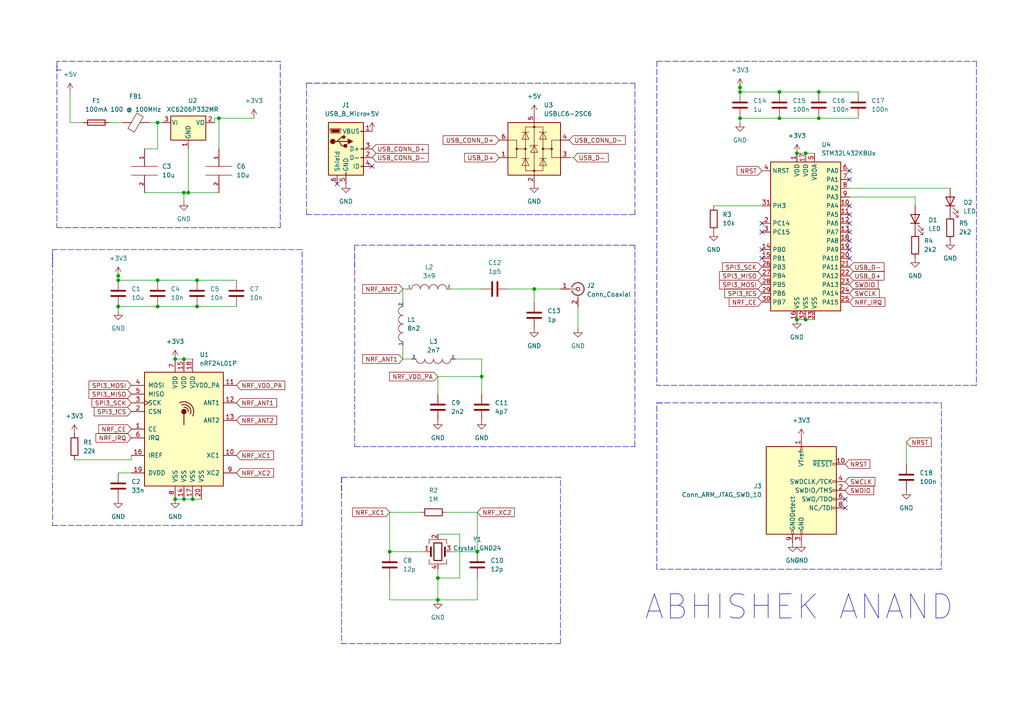
<source format=kicad_sch>
(kicad_sch (version 20211123) (generator eeschema)

  (uuid e63e39d7-6ac0-4ffd-8aa3-1841a4541b55)

  (paper "A4")

  (title_block
    (title "STM32, RF, USB PCB design")
    (date "2022-01-26")
  )

  (lib_symbols
    (symbol "Connector:Conn_ARM_JTAG_SWD_10" (pin_names (offset 1.016)) (in_bom yes) (on_board yes)
      (property "Reference" "J" (id 0) (at -2.54 16.51 0)
        (effects (font (size 1.27 1.27)) (justify right))
      )
      (property "Value" "Conn_ARM_JTAG_SWD_10" (id 1) (at -2.54 13.97 0)
        (effects (font (size 1.27 1.27)) (justify right bottom))
      )
      (property "Footprint" "" (id 2) (at 0 0 0)
        (effects (font (size 1.27 1.27)) hide)
      )
      (property "Datasheet" "http://infocenter.arm.com/help/topic/com.arm.doc.ddi0314h/DDI0314H_coresight_components_trm.pdf" (id 3) (at -8.89 -31.75 90)
        (effects (font (size 1.27 1.27)) hide)
      )
      (property "ki_keywords" "Cortex Debug Connector ARM SWD JTAG" (id 4) (at 0 0 0)
        (effects (font (size 1.27 1.27)) hide)
      )
      (property "ki_description" "Cortex Debug Connector, standard ARM Cortex-M SWD and JTAG interface" (id 5) (at 0 0 0)
        (effects (font (size 1.27 1.27)) hide)
      )
      (property "ki_fp_filters" "PinHeader?2x05?P1.27mm*" (id 6) (at 0 0 0)
        (effects (font (size 1.27 1.27)) hide)
      )
      (symbol "Conn_ARM_JTAG_SWD_10_0_1"
        (rectangle (start -10.16 12.7) (end 10.16 -12.7)
          (stroke (width 0.254) (type default) (color 0 0 0 0))
          (fill (type background))
        )
        (rectangle (start -2.794 -12.7) (end -2.286 -11.684)
          (stroke (width 0) (type default) (color 0 0 0 0))
          (fill (type none))
        )
        (rectangle (start -0.254 -12.7) (end 0.254 -11.684)
          (stroke (width 0) (type default) (color 0 0 0 0))
          (fill (type none))
        )
        (rectangle (start -0.254 12.7) (end 0.254 11.684)
          (stroke (width 0) (type default) (color 0 0 0 0))
          (fill (type none))
        )
        (rectangle (start 9.144 2.286) (end 10.16 2.794)
          (stroke (width 0) (type default) (color 0 0 0 0))
          (fill (type none))
        )
        (rectangle (start 10.16 -2.794) (end 9.144 -2.286)
          (stroke (width 0) (type default) (color 0 0 0 0))
          (fill (type none))
        )
        (rectangle (start 10.16 -0.254) (end 9.144 0.254)
          (stroke (width 0) (type default) (color 0 0 0 0))
          (fill (type none))
        )
        (rectangle (start 10.16 7.874) (end 9.144 7.366)
          (stroke (width 0) (type default) (color 0 0 0 0))
          (fill (type none))
        )
      )
      (symbol "Conn_ARM_JTAG_SWD_10_1_1"
        (rectangle (start 9.144 -5.334) (end 10.16 -4.826)
          (stroke (width 0) (type default) (color 0 0 0 0))
          (fill (type none))
        )
        (pin power_in line (at 0 15.24 270) (length 2.54)
          (name "VTref" (effects (font (size 1.27 1.27))))
          (number "1" (effects (font (size 1.27 1.27))))
        )
        (pin open_collector line (at 12.7 7.62 180) (length 2.54)
          (name "~{RESET}" (effects (font (size 1.27 1.27))))
          (number "10" (effects (font (size 1.27 1.27))))
        )
        (pin bidirectional line (at 12.7 0 180) (length 2.54)
          (name "SWDIO/TMS" (effects (font (size 1.27 1.27))))
          (number "2" (effects (font (size 1.27 1.27))))
        )
        (pin power_in line (at 0 -15.24 90) (length 2.54)
          (name "GND" (effects (font (size 1.27 1.27))))
          (number "3" (effects (font (size 1.27 1.27))))
        )
        (pin output line (at 12.7 2.54 180) (length 2.54)
          (name "SWDCLK/TCK" (effects (font (size 1.27 1.27))))
          (number "4" (effects (font (size 1.27 1.27))))
        )
        (pin passive line (at 0 -15.24 90) (length 2.54) hide
          (name "GND" (effects (font (size 1.27 1.27))))
          (number "5" (effects (font (size 1.27 1.27))))
        )
        (pin input line (at 12.7 -2.54 180) (length 2.54)
          (name "SWO/TDO" (effects (font (size 1.27 1.27))))
          (number "6" (effects (font (size 1.27 1.27))))
        )
        (pin no_connect line (at -10.16 0 0) (length 2.54) hide
          (name "KEY" (effects (font (size 1.27 1.27))))
          (number "7" (effects (font (size 1.27 1.27))))
        )
        (pin output line (at 12.7 -5.08 180) (length 2.54)
          (name "NC/TDI" (effects (font (size 1.27 1.27))))
          (number "8" (effects (font (size 1.27 1.27))))
        )
        (pin passive line (at -2.54 -15.24 90) (length 2.54)
          (name "GNDDetect" (effects (font (size 1.27 1.27))))
          (number "9" (effects (font (size 1.27 1.27))))
        )
      )
    )
    (symbol "Connector:Conn_Coaxial" (pin_names (offset 1.016) hide) (in_bom yes) (on_board yes)
      (property "Reference" "J" (id 0) (at 0.254 3.048 0)
        (effects (font (size 1.27 1.27)))
      )
      (property "Value" "Conn_Coaxial" (id 1) (at 2.921 0 90)
        (effects (font (size 1.27 1.27)))
      )
      (property "Footprint" "" (id 2) (at 0 0 0)
        (effects (font (size 1.27 1.27)) hide)
      )
      (property "Datasheet" " ~" (id 3) (at 0 0 0)
        (effects (font (size 1.27 1.27)) hide)
      )
      (property "ki_keywords" "BNC SMA SMB SMC LEMO coaxial connector CINCH RCA" (id 4) (at 0 0 0)
        (effects (font (size 1.27 1.27)) hide)
      )
      (property "ki_description" "coaxial connector (BNC, SMA, SMB, SMC, Cinch/RCA, LEMO, ...)" (id 5) (at 0 0 0)
        (effects (font (size 1.27 1.27)) hide)
      )
      (property "ki_fp_filters" "*BNC* *SMA* *SMB* *SMC* *Cinch* *LEMO*" (id 6) (at 0 0 0)
        (effects (font (size 1.27 1.27)) hide)
      )
      (symbol "Conn_Coaxial_0_1"
        (arc (start -1.778 -0.508) (mid 0.222 -1.808) (end 1.778 0)
          (stroke (width 0.254) (type default) (color 0 0 0 0))
          (fill (type none))
        )
        (polyline
          (pts
            (xy -2.54 0)
            (xy -0.508 0)
          )
          (stroke (width 0) (type default) (color 0 0 0 0))
          (fill (type none))
        )
        (polyline
          (pts
            (xy 0 -2.54)
            (xy 0 -1.778)
          )
          (stroke (width 0) (type default) (color 0 0 0 0))
          (fill (type none))
        )
        (circle (center 0 0) (radius 0.508)
          (stroke (width 0.2032) (type default) (color 0 0 0 0))
          (fill (type none))
        )
        (arc (start 1.778 0) (mid 0.222 1.8083) (end -1.778 0.508)
          (stroke (width 0.254) (type default) (color 0 0 0 0))
          (fill (type none))
        )
      )
      (symbol "Conn_Coaxial_1_1"
        (pin passive line (at -5.08 0 0) (length 2.54)
          (name "In" (effects (font (size 1.27 1.27))))
          (number "1" (effects (font (size 1.27 1.27))))
        )
        (pin passive line (at 0 -5.08 90) (length 2.54)
          (name "Ext" (effects (font (size 1.27 1.27))))
          (number "2" (effects (font (size 1.27 1.27))))
        )
      )
    )
    (symbol "Connector:USB_B_Micro" (pin_names (offset 1.016)) (in_bom yes) (on_board yes)
      (property "Reference" "J" (id 0) (at -5.08 11.43 0)
        (effects (font (size 1.27 1.27)) (justify left))
      )
      (property "Value" "USB_B_Micro" (id 1) (at -5.08 8.89 0)
        (effects (font (size 1.27 1.27)) (justify left))
      )
      (property "Footprint" "" (id 2) (at 3.81 -1.27 0)
        (effects (font (size 1.27 1.27)) hide)
      )
      (property "Datasheet" "~" (id 3) (at 3.81 -1.27 0)
        (effects (font (size 1.27 1.27)) hide)
      )
      (property "ki_keywords" "connector USB micro" (id 4) (at 0 0 0)
        (effects (font (size 1.27 1.27)) hide)
      )
      (property "ki_description" "USB Micro Type B connector" (id 5) (at 0 0 0)
        (effects (font (size 1.27 1.27)) hide)
      )
      (property "ki_fp_filters" "USB*" (id 6) (at 0 0 0)
        (effects (font (size 1.27 1.27)) hide)
      )
      (symbol "USB_B_Micro_0_1"
        (rectangle (start -5.08 -7.62) (end 5.08 7.62)
          (stroke (width 0.254) (type default) (color 0 0 0 0))
          (fill (type background))
        )
        (circle (center -3.81 2.159) (radius 0.635)
          (stroke (width 0.254) (type default) (color 0 0 0 0))
          (fill (type outline))
        )
        (circle (center -0.635 3.429) (radius 0.381)
          (stroke (width 0.254) (type default) (color 0 0 0 0))
          (fill (type outline))
        )
        (rectangle (start -0.127 -7.62) (end 0.127 -6.858)
          (stroke (width 0) (type default) (color 0 0 0 0))
          (fill (type none))
        )
        (polyline
          (pts
            (xy -1.905 2.159)
            (xy 0.635 2.159)
          )
          (stroke (width 0.254) (type default) (color 0 0 0 0))
          (fill (type none))
        )
        (polyline
          (pts
            (xy -3.175 2.159)
            (xy -2.54 2.159)
            (xy -1.27 3.429)
            (xy -0.635 3.429)
          )
          (stroke (width 0.254) (type default) (color 0 0 0 0))
          (fill (type none))
        )
        (polyline
          (pts
            (xy -2.54 2.159)
            (xy -1.905 2.159)
            (xy -1.27 0.889)
            (xy 0 0.889)
          )
          (stroke (width 0.254) (type default) (color 0 0 0 0))
          (fill (type none))
        )
        (polyline
          (pts
            (xy 0.635 2.794)
            (xy 0.635 1.524)
            (xy 1.905 2.159)
            (xy 0.635 2.794)
          )
          (stroke (width 0.254) (type default) (color 0 0 0 0))
          (fill (type outline))
        )
        (polyline
          (pts
            (xy -4.318 5.588)
            (xy -1.778 5.588)
            (xy -2.032 4.826)
            (xy -4.064 4.826)
            (xy -4.318 5.588)
          )
          (stroke (width 0) (type default) (color 0 0 0 0))
          (fill (type outline))
        )
        (polyline
          (pts
            (xy -4.699 5.842)
            (xy -4.699 5.588)
            (xy -4.445 4.826)
            (xy -4.445 4.572)
            (xy -1.651 4.572)
            (xy -1.651 4.826)
            (xy -1.397 5.588)
            (xy -1.397 5.842)
            (xy -4.699 5.842)
          )
          (stroke (width 0) (type default) (color 0 0 0 0))
          (fill (type none))
        )
        (rectangle (start 0.254 1.27) (end -0.508 0.508)
          (stroke (width 0.254) (type default) (color 0 0 0 0))
          (fill (type outline))
        )
        (rectangle (start 5.08 -5.207) (end 4.318 -4.953)
          (stroke (width 0) (type default) (color 0 0 0 0))
          (fill (type none))
        )
        (rectangle (start 5.08 -2.667) (end 4.318 -2.413)
          (stroke (width 0) (type default) (color 0 0 0 0))
          (fill (type none))
        )
        (rectangle (start 5.08 -0.127) (end 4.318 0.127)
          (stroke (width 0) (type default) (color 0 0 0 0))
          (fill (type none))
        )
        (rectangle (start 5.08 4.953) (end 4.318 5.207)
          (stroke (width 0) (type default) (color 0 0 0 0))
          (fill (type none))
        )
      )
      (symbol "USB_B_Micro_1_1"
        (pin power_out line (at 7.62 5.08 180) (length 2.54)
          (name "VBUS" (effects (font (size 1.27 1.27))))
          (number "1" (effects (font (size 1.27 1.27))))
        )
        (pin bidirectional line (at 7.62 -2.54 180) (length 2.54)
          (name "D-" (effects (font (size 1.27 1.27))))
          (number "2" (effects (font (size 1.27 1.27))))
        )
        (pin bidirectional line (at 7.62 0 180) (length 2.54)
          (name "D+" (effects (font (size 1.27 1.27))))
          (number "3" (effects (font (size 1.27 1.27))))
        )
        (pin passive line (at 7.62 -5.08 180) (length 2.54)
          (name "ID" (effects (font (size 1.27 1.27))))
          (number "4" (effects (font (size 1.27 1.27))))
        )
        (pin power_out line (at 0 -10.16 90) (length 2.54)
          (name "GND" (effects (font (size 1.27 1.27))))
          (number "5" (effects (font (size 1.27 1.27))))
        )
        (pin passive line (at -2.54 -10.16 90) (length 2.54)
          (name "Shield" (effects (font (size 1.27 1.27))))
          (number "6" (effects (font (size 1.27 1.27))))
        )
      )
    )
    (symbol "Device:C" (pin_numbers hide) (pin_names (offset 0.254)) (in_bom yes) (on_board yes)
      (property "Reference" "C" (id 0) (at 0.635 2.54 0)
        (effects (font (size 1.27 1.27)) (justify left))
      )
      (property "Value" "C" (id 1) (at 0.635 -2.54 0)
        (effects (font (size 1.27 1.27)) (justify left))
      )
      (property "Footprint" "" (id 2) (at 0.9652 -3.81 0)
        (effects (font (size 1.27 1.27)) hide)
      )
      (property "Datasheet" "~" (id 3) (at 0 0 0)
        (effects (font (size 1.27 1.27)) hide)
      )
      (property "ki_keywords" "cap capacitor" (id 4) (at 0 0 0)
        (effects (font (size 1.27 1.27)) hide)
      )
      (property "ki_description" "Unpolarized capacitor" (id 5) (at 0 0 0)
        (effects (font (size 1.27 1.27)) hide)
      )
      (property "ki_fp_filters" "C_*" (id 6) (at 0 0 0)
        (effects (font (size 1.27 1.27)) hide)
      )
      (symbol "C_0_1"
        (polyline
          (pts
            (xy -2.032 -0.762)
            (xy 2.032 -0.762)
          )
          (stroke (width 0.508) (type default) (color 0 0 0 0))
          (fill (type none))
        )
        (polyline
          (pts
            (xy -2.032 0.762)
            (xy 2.032 0.762)
          )
          (stroke (width 0.508) (type default) (color 0 0 0 0))
          (fill (type none))
        )
      )
      (symbol "C_1_1"
        (pin passive line (at 0 3.81 270) (length 2.794)
          (name "~" (effects (font (size 1.27 1.27))))
          (number "1" (effects (font (size 1.27 1.27))))
        )
        (pin passive line (at 0 -3.81 90) (length 2.794)
          (name "~" (effects (font (size 1.27 1.27))))
          (number "2" (effects (font (size 1.27 1.27))))
        )
      )
    )
    (symbol "Device:Crystal_GND24" (pin_names (offset 1.016) hide) (in_bom yes) (on_board yes)
      (property "Reference" "Y" (id 0) (at 3.175 5.08 0)
        (effects (font (size 1.27 1.27)) (justify left))
      )
      (property "Value" "Crystal_GND24" (id 1) (at 3.175 3.175 0)
        (effects (font (size 1.27 1.27)) (justify left))
      )
      (property "Footprint" "" (id 2) (at 0 0 0)
        (effects (font (size 1.27 1.27)) hide)
      )
      (property "Datasheet" "~" (id 3) (at 0 0 0)
        (effects (font (size 1.27 1.27)) hide)
      )
      (property "ki_keywords" "quartz ceramic resonator oscillator" (id 4) (at 0 0 0)
        (effects (font (size 1.27 1.27)) hide)
      )
      (property "ki_description" "Four pin crystal, GND on pins 2 and 4" (id 5) (at 0 0 0)
        (effects (font (size 1.27 1.27)) hide)
      )
      (property "ki_fp_filters" "Crystal*" (id 6) (at 0 0 0)
        (effects (font (size 1.27 1.27)) hide)
      )
      (symbol "Crystal_GND24_0_1"
        (rectangle (start -1.143 2.54) (end 1.143 -2.54)
          (stroke (width 0.3048) (type default) (color 0 0 0 0))
          (fill (type none))
        )
        (polyline
          (pts
            (xy -2.54 0)
            (xy -2.032 0)
          )
          (stroke (width 0) (type default) (color 0 0 0 0))
          (fill (type none))
        )
        (polyline
          (pts
            (xy -2.032 -1.27)
            (xy -2.032 1.27)
          )
          (stroke (width 0.508) (type default) (color 0 0 0 0))
          (fill (type none))
        )
        (polyline
          (pts
            (xy 0 -3.81)
            (xy 0 -3.556)
          )
          (stroke (width 0) (type default) (color 0 0 0 0))
          (fill (type none))
        )
        (polyline
          (pts
            (xy 0 3.556)
            (xy 0 3.81)
          )
          (stroke (width 0) (type default) (color 0 0 0 0))
          (fill (type none))
        )
        (polyline
          (pts
            (xy 2.032 -1.27)
            (xy 2.032 1.27)
          )
          (stroke (width 0.508) (type default) (color 0 0 0 0))
          (fill (type none))
        )
        (polyline
          (pts
            (xy 2.032 0)
            (xy 2.54 0)
          )
          (stroke (width 0) (type default) (color 0 0 0 0))
          (fill (type none))
        )
        (polyline
          (pts
            (xy -2.54 -2.286)
            (xy -2.54 -3.556)
            (xy 2.54 -3.556)
            (xy 2.54 -2.286)
          )
          (stroke (width 0) (type default) (color 0 0 0 0))
          (fill (type none))
        )
        (polyline
          (pts
            (xy -2.54 2.286)
            (xy -2.54 3.556)
            (xy 2.54 3.556)
            (xy 2.54 2.286)
          )
          (stroke (width 0) (type default) (color 0 0 0 0))
          (fill (type none))
        )
      )
      (symbol "Crystal_GND24_1_1"
        (pin passive line (at -3.81 0 0) (length 1.27)
          (name "1" (effects (font (size 1.27 1.27))))
          (number "1" (effects (font (size 1.27 1.27))))
        )
        (pin passive line (at 0 5.08 270) (length 1.27)
          (name "2" (effects (font (size 1.27 1.27))))
          (number "2" (effects (font (size 1.27 1.27))))
        )
        (pin passive line (at 3.81 0 180) (length 1.27)
          (name "3" (effects (font (size 1.27 1.27))))
          (number "3" (effects (font (size 1.27 1.27))))
        )
        (pin passive line (at 0 -5.08 90) (length 1.27)
          (name "4" (effects (font (size 1.27 1.27))))
          (number "4" (effects (font (size 1.27 1.27))))
        )
      )
    )
    (symbol "Device:FerriteBead" (pin_numbers hide) (pin_names (offset 0)) (in_bom yes) (on_board yes)
      (property "Reference" "FB" (id 0) (at -3.81 0.635 90)
        (effects (font (size 1.27 1.27)))
      )
      (property "Value" "FerriteBead" (id 1) (at 3.81 0 90)
        (effects (font (size 1.27 1.27)))
      )
      (property "Footprint" "" (id 2) (at -1.778 0 90)
        (effects (font (size 1.27 1.27)) hide)
      )
      (property "Datasheet" "~" (id 3) (at 0 0 0)
        (effects (font (size 1.27 1.27)) hide)
      )
      (property "ki_keywords" "L ferrite bead inductor filter" (id 4) (at 0 0 0)
        (effects (font (size 1.27 1.27)) hide)
      )
      (property "ki_description" "Ferrite bead" (id 5) (at 0 0 0)
        (effects (font (size 1.27 1.27)) hide)
      )
      (property "ki_fp_filters" "Inductor_* L_* *Ferrite*" (id 6) (at 0 0 0)
        (effects (font (size 1.27 1.27)) hide)
      )
      (symbol "FerriteBead_0_1"
        (polyline
          (pts
            (xy 0 -1.27)
            (xy 0 -1.2192)
          )
          (stroke (width 0) (type default) (color 0 0 0 0))
          (fill (type none))
        )
        (polyline
          (pts
            (xy 0 1.27)
            (xy 0 1.2954)
          )
          (stroke (width 0) (type default) (color 0 0 0 0))
          (fill (type none))
        )
        (polyline
          (pts
            (xy -2.7686 0.4064)
            (xy -1.7018 2.2606)
            (xy 2.7686 -0.3048)
            (xy 1.6764 -2.159)
            (xy -2.7686 0.4064)
          )
          (stroke (width 0) (type default) (color 0 0 0 0))
          (fill (type none))
        )
      )
      (symbol "FerriteBead_1_1"
        (pin passive line (at 0 3.81 270) (length 2.54)
          (name "~" (effects (font (size 1.27 1.27))))
          (number "1" (effects (font (size 1.27 1.27))))
        )
        (pin passive line (at 0 -3.81 90) (length 2.54)
          (name "~" (effects (font (size 1.27 1.27))))
          (number "2" (effects (font (size 1.27 1.27))))
        )
      )
    )
    (symbol "Device:Fuse" (pin_numbers hide) (pin_names (offset 0)) (in_bom yes) (on_board yes)
      (property "Reference" "F" (id 0) (at 2.032 0 90)
        (effects (font (size 1.27 1.27)))
      )
      (property "Value" "Fuse" (id 1) (at -1.905 0 90)
        (effects (font (size 1.27 1.27)))
      )
      (property "Footprint" "" (id 2) (at -1.778 0 90)
        (effects (font (size 1.27 1.27)) hide)
      )
      (property "Datasheet" "~" (id 3) (at 0 0 0)
        (effects (font (size 1.27 1.27)) hide)
      )
      (property "ki_keywords" "fuse" (id 4) (at 0 0 0)
        (effects (font (size 1.27 1.27)) hide)
      )
      (property "ki_description" "Fuse" (id 5) (at 0 0 0)
        (effects (font (size 1.27 1.27)) hide)
      )
      (property "ki_fp_filters" "*Fuse*" (id 6) (at 0 0 0)
        (effects (font (size 1.27 1.27)) hide)
      )
      (symbol "Fuse_0_1"
        (rectangle (start -0.762 -2.54) (end 0.762 2.54)
          (stroke (width 0.254) (type default) (color 0 0 0 0))
          (fill (type none))
        )
        (polyline
          (pts
            (xy 0 2.54)
            (xy 0 -2.54)
          )
          (stroke (width 0) (type default) (color 0 0 0 0))
          (fill (type none))
        )
      )
      (symbol "Fuse_1_1"
        (pin passive line (at 0 3.81 270) (length 1.27)
          (name "~" (effects (font (size 1.27 1.27))))
          (number "1" (effects (font (size 1.27 1.27))))
        )
        (pin passive line (at 0 -3.81 90) (length 1.27)
          (name "~" (effects (font (size 1.27 1.27))))
          (number "2" (effects (font (size 1.27 1.27))))
        )
      )
    )
    (symbol "Device:LED" (pin_numbers hide) (pin_names (offset 1.016) hide) (in_bom yes) (on_board yes)
      (property "Reference" "D" (id 0) (at 0 2.54 0)
        (effects (font (size 1.27 1.27)))
      )
      (property "Value" "LED" (id 1) (at 0 -2.54 0)
        (effects (font (size 1.27 1.27)))
      )
      (property "Footprint" "" (id 2) (at 0 0 0)
        (effects (font (size 1.27 1.27)) hide)
      )
      (property "Datasheet" "~" (id 3) (at 0 0 0)
        (effects (font (size 1.27 1.27)) hide)
      )
      (property "ki_keywords" "LED diode" (id 4) (at 0 0 0)
        (effects (font (size 1.27 1.27)) hide)
      )
      (property "ki_description" "Light emitting diode" (id 5) (at 0 0 0)
        (effects (font (size 1.27 1.27)) hide)
      )
      (property "ki_fp_filters" "LED* LED_SMD:* LED_THT:*" (id 6) (at 0 0 0)
        (effects (font (size 1.27 1.27)) hide)
      )
      (symbol "LED_0_1"
        (polyline
          (pts
            (xy -1.27 -1.27)
            (xy -1.27 1.27)
          )
          (stroke (width 0.254) (type default) (color 0 0 0 0))
          (fill (type none))
        )
        (polyline
          (pts
            (xy -1.27 0)
            (xy 1.27 0)
          )
          (stroke (width 0) (type default) (color 0 0 0 0))
          (fill (type none))
        )
        (polyline
          (pts
            (xy 1.27 -1.27)
            (xy 1.27 1.27)
            (xy -1.27 0)
            (xy 1.27 -1.27)
          )
          (stroke (width 0.254) (type default) (color 0 0 0 0))
          (fill (type none))
        )
        (polyline
          (pts
            (xy -3.048 -0.762)
            (xy -4.572 -2.286)
            (xy -3.81 -2.286)
            (xy -4.572 -2.286)
            (xy -4.572 -1.524)
          )
          (stroke (width 0) (type default) (color 0 0 0 0))
          (fill (type none))
        )
        (polyline
          (pts
            (xy -1.778 -0.762)
            (xy -3.302 -2.286)
            (xy -2.54 -2.286)
            (xy -3.302 -2.286)
            (xy -3.302 -1.524)
          )
          (stroke (width 0) (type default) (color 0 0 0 0))
          (fill (type none))
        )
      )
      (symbol "LED_1_1"
        (pin passive line (at -3.81 0 0) (length 2.54)
          (name "K" (effects (font (size 1.27 1.27))))
          (number "1" (effects (font (size 1.27 1.27))))
        )
        (pin passive line (at 3.81 0 180) (length 2.54)
          (name "A" (effects (font (size 1.27 1.27))))
          (number "2" (effects (font (size 1.27 1.27))))
        )
      )
    )
    (symbol "Device:R" (pin_numbers hide) (pin_names (offset 0)) (in_bom yes) (on_board yes)
      (property "Reference" "R" (id 0) (at 2.032 0 90)
        (effects (font (size 1.27 1.27)))
      )
      (property "Value" "R" (id 1) (at 0 0 90)
        (effects (font (size 1.27 1.27)))
      )
      (property "Footprint" "" (id 2) (at -1.778 0 90)
        (effects (font (size 1.27 1.27)) hide)
      )
      (property "Datasheet" "~" (id 3) (at 0 0 0)
        (effects (font (size 1.27 1.27)) hide)
      )
      (property "ki_keywords" "R res resistor" (id 4) (at 0 0 0)
        (effects (font (size 1.27 1.27)) hide)
      )
      (property "ki_description" "Resistor" (id 5) (at 0 0 0)
        (effects (font (size 1.27 1.27)) hide)
      )
      (property "ki_fp_filters" "R_*" (id 6) (at 0 0 0)
        (effects (font (size 1.27 1.27)) hide)
      )
      (symbol "R_0_1"
        (rectangle (start -1.016 -2.54) (end 1.016 2.54)
          (stroke (width 0.254) (type default) (color 0 0 0 0))
          (fill (type none))
        )
      )
      (symbol "R_1_1"
        (pin passive line (at 0 3.81 270) (length 1.27)
          (name "~" (effects (font (size 1.27 1.27))))
          (number "1" (effects (font (size 1.27 1.27))))
        )
        (pin passive line (at 0 -3.81 90) (length 1.27)
          (name "~" (effects (font (size 1.27 1.27))))
          (number "2" (effects (font (size 1.27 1.27))))
        )
      )
    )
    (symbol "MCU_ST_STM32L4:STM32L432KBUx" (in_bom yes) (on_board yes)
      (property "Reference" "U" (id 0) (at -10.16 21.59 0)
        (effects (font (size 1.27 1.27)) (justify left))
      )
      (property "Value" "STM32L432KBUx" (id 1) (at 5.08 21.59 0)
        (effects (font (size 1.27 1.27)) (justify left))
      )
      (property "Footprint" "Package_DFN_QFN:QFN-32-1EP_5x5mm_P0.5mm_EP3.45x3.45mm" (id 2) (at -10.16 -22.86 0)
        (effects (font (size 1.27 1.27)) (justify right) hide)
      )
      (property "Datasheet" "http://www.st.com/st-web-ui/static/active/en/resource/technical/document/datasheet/DM00257205.pdf" (id 3) (at 0 0 0)
        (effects (font (size 1.27 1.27)) hide)
      )
      (property "ki_keywords" "ARM Cortex-M4 STM32L4 STM32L4x2" (id 4) (at 0 0 0)
        (effects (font (size 1.27 1.27)) hide)
      )
      (property "ki_description" "ARM Cortex-M4 MCU, 128KB flash, 64KB RAM, 80MHz, 1.71-3.6V, 26 GPIO, UFQFPN-32" (id 5) (at 0 0 0)
        (effects (font (size 1.27 1.27)) hide)
      )
      (property "ki_fp_filters" "QFN*1EP*5x5mm*P0.5mm*" (id 6) (at 0 0 0)
        (effects (font (size 1.27 1.27)) hide)
      )
      (symbol "STM32L432KBUx_0_1"
        (rectangle (start -10.16 -22.86) (end 10.16 20.32)
          (stroke (width 0.254) (type default) (color 0 0 0 0))
          (fill (type background))
        )
      )
      (symbol "STM32L432KBUx_1_1"
        (pin power_in line (at -2.54 22.86 270) (length 2.54)
          (name "VDD" (effects (font (size 1.27 1.27))))
          (number "1" (effects (font (size 1.27 1.27))))
        )
        (pin bidirectional line (at 12.7 7.62 180) (length 2.54)
          (name "PA4" (effects (font (size 1.27 1.27))))
          (number "10" (effects (font (size 1.27 1.27))))
        )
        (pin bidirectional line (at 12.7 5.08 180) (length 2.54)
          (name "PA5" (effects (font (size 1.27 1.27))))
          (number "11" (effects (font (size 1.27 1.27))))
        )
        (pin bidirectional line (at 12.7 2.54 180) (length 2.54)
          (name "PA6" (effects (font (size 1.27 1.27))))
          (number "12" (effects (font (size 1.27 1.27))))
        )
        (pin bidirectional line (at 12.7 0 180) (length 2.54)
          (name "PA7" (effects (font (size 1.27 1.27))))
          (number "13" (effects (font (size 1.27 1.27))))
        )
        (pin bidirectional line (at -12.7 -5.08 0) (length 2.54)
          (name "PB0" (effects (font (size 1.27 1.27))))
          (number "14" (effects (font (size 1.27 1.27))))
        )
        (pin bidirectional line (at -12.7 -7.62 0) (length 2.54)
          (name "PB1" (effects (font (size 1.27 1.27))))
          (number "15" (effects (font (size 1.27 1.27))))
        )
        (pin power_in line (at -2.54 -25.4 90) (length 2.54)
          (name "VSS" (effects (font (size 1.27 1.27))))
          (number "16" (effects (font (size 1.27 1.27))))
        )
        (pin power_in line (at 0 22.86 270) (length 2.54)
          (name "VDD" (effects (font (size 1.27 1.27))))
          (number "17" (effects (font (size 1.27 1.27))))
        )
        (pin bidirectional line (at 12.7 -2.54 180) (length 2.54)
          (name "PA8" (effects (font (size 1.27 1.27))))
          (number "18" (effects (font (size 1.27 1.27))))
        )
        (pin bidirectional line (at 12.7 -5.08 180) (length 2.54)
          (name "PA9" (effects (font (size 1.27 1.27))))
          (number "19" (effects (font (size 1.27 1.27))))
        )
        (pin bidirectional line (at -12.7 2.54 0) (length 2.54)
          (name "PC14" (effects (font (size 1.27 1.27))))
          (number "2" (effects (font (size 1.27 1.27))))
        )
        (pin bidirectional line (at 12.7 -7.62 180) (length 2.54)
          (name "PA10" (effects (font (size 1.27 1.27))))
          (number "20" (effects (font (size 1.27 1.27))))
        )
        (pin bidirectional line (at 12.7 -10.16 180) (length 2.54)
          (name "PA11" (effects (font (size 1.27 1.27))))
          (number "21" (effects (font (size 1.27 1.27))))
        )
        (pin bidirectional line (at 12.7 -12.7 180) (length 2.54)
          (name "PA12" (effects (font (size 1.27 1.27))))
          (number "22" (effects (font (size 1.27 1.27))))
        )
        (pin bidirectional line (at 12.7 -15.24 180) (length 2.54)
          (name "PA13" (effects (font (size 1.27 1.27))))
          (number "23" (effects (font (size 1.27 1.27))))
        )
        (pin bidirectional line (at 12.7 -17.78 180) (length 2.54)
          (name "PA14" (effects (font (size 1.27 1.27))))
          (number "24" (effects (font (size 1.27 1.27))))
        )
        (pin bidirectional line (at 12.7 -20.32 180) (length 2.54)
          (name "PA15" (effects (font (size 1.27 1.27))))
          (number "25" (effects (font (size 1.27 1.27))))
        )
        (pin bidirectional line (at -12.7 -10.16 0) (length 2.54)
          (name "PB3" (effects (font (size 1.27 1.27))))
          (number "26" (effects (font (size 1.27 1.27))))
        )
        (pin bidirectional line (at -12.7 -12.7 0) (length 2.54)
          (name "PB4" (effects (font (size 1.27 1.27))))
          (number "27" (effects (font (size 1.27 1.27))))
        )
        (pin bidirectional line (at -12.7 -15.24 0) (length 2.54)
          (name "PB5" (effects (font (size 1.27 1.27))))
          (number "28" (effects (font (size 1.27 1.27))))
        )
        (pin bidirectional line (at -12.7 -17.78 0) (length 2.54)
          (name "PB6" (effects (font (size 1.27 1.27))))
          (number "29" (effects (font (size 1.27 1.27))))
        )
        (pin bidirectional line (at -12.7 0 0) (length 2.54)
          (name "PC15" (effects (font (size 1.27 1.27))))
          (number "3" (effects (font (size 1.27 1.27))))
        )
        (pin bidirectional line (at -12.7 -20.32 0) (length 2.54)
          (name "PB7" (effects (font (size 1.27 1.27))))
          (number "30" (effects (font (size 1.27 1.27))))
        )
        (pin bidirectional line (at -12.7 7.62 0) (length 2.54)
          (name "PH3" (effects (font (size 1.27 1.27))))
          (number "31" (effects (font (size 1.27 1.27))))
        )
        (pin power_in line (at 0 -25.4 90) (length 2.54)
          (name "VSS" (effects (font (size 1.27 1.27))))
          (number "32" (effects (font (size 1.27 1.27))))
        )
        (pin power_in line (at 2.54 -25.4 90) (length 2.54)
          (name "VSS" (effects (font (size 1.27 1.27))))
          (number "33" (effects (font (size 1.27 1.27))))
        )
        (pin input line (at -12.7 17.78 0) (length 2.54)
          (name "NRST" (effects (font (size 1.27 1.27))))
          (number "4" (effects (font (size 1.27 1.27))))
        )
        (pin power_in line (at 2.54 22.86 270) (length 2.54)
          (name "VDDA" (effects (font (size 1.27 1.27))))
          (number "5" (effects (font (size 1.27 1.27))))
        )
        (pin bidirectional line (at 12.7 17.78 180) (length 2.54)
          (name "PA0" (effects (font (size 1.27 1.27))))
          (number "6" (effects (font (size 1.27 1.27))))
        )
        (pin bidirectional line (at 12.7 15.24 180) (length 2.54)
          (name "PA1" (effects (font (size 1.27 1.27))))
          (number "7" (effects (font (size 1.27 1.27))))
        )
        (pin bidirectional line (at 12.7 12.7 180) (length 2.54)
          (name "PA2" (effects (font (size 1.27 1.27))))
          (number "8" (effects (font (size 1.27 1.27))))
        )
        (pin bidirectional line (at 12.7 10.16 180) (length 2.54)
          (name "PA3" (effects (font (size 1.27 1.27))))
          (number "9" (effects (font (size 1.27 1.27))))
        )
      )
    )
    (symbol "Power_Protection:USBLC6-2SC6" (pin_names hide) (in_bom yes) (on_board yes)
      (property "Reference" "U" (id 0) (at 2.54 8.89 0)
        (effects (font (size 1.27 1.27)) (justify left))
      )
      (property "Value" "USBLC6-2SC6" (id 1) (at 2.54 -8.89 0)
        (effects (font (size 1.27 1.27)) (justify left))
      )
      (property "Footprint" "Package_TO_SOT_SMD:SOT-23-6" (id 2) (at 0 -12.7 0)
        (effects (font (size 1.27 1.27)) hide)
      )
      (property "Datasheet" "https://www.st.com/resource/en/datasheet/usblc6-2.pdf" (id 3) (at 5.08 8.89 0)
        (effects (font (size 1.27 1.27)) hide)
      )
      (property "ki_keywords" "usb ethernet video" (id 4) (at 0 0 0)
        (effects (font (size 1.27 1.27)) hide)
      )
      (property "ki_description" "Very low capacitance ESD protection diode, 2 data-line, SOT-23-6" (id 5) (at 0 0 0)
        (effects (font (size 1.27 1.27)) hide)
      )
      (property "ki_fp_filters" "SOT?23*" (id 6) (at 0 0 0)
        (effects (font (size 1.27 1.27)) hide)
      )
      (symbol "USBLC6-2SC6_0_1"
        (rectangle (start -7.62 -7.62) (end 7.62 7.62)
          (stroke (width 0.254) (type default) (color 0 0 0 0))
          (fill (type background))
        )
        (circle (center -5.08 0) (radius 0.254)
          (stroke (width 0) (type default) (color 0 0 0 0))
          (fill (type outline))
        )
        (circle (center -2.54 0) (radius 0.254)
          (stroke (width 0) (type default) (color 0 0 0 0))
          (fill (type outline))
        )
        (rectangle (start -2.54 6.35) (end 2.54 -6.35)
          (stroke (width 0) (type default) (color 0 0 0 0))
          (fill (type none))
        )
        (circle (center 0 -6.35) (radius 0.254)
          (stroke (width 0) (type default) (color 0 0 0 0))
          (fill (type outline))
        )
        (polyline
          (pts
            (xy -5.08 -2.54)
            (xy -7.62 -2.54)
          )
          (stroke (width 0) (type default) (color 0 0 0 0))
          (fill (type none))
        )
        (polyline
          (pts
            (xy -5.08 0)
            (xy -5.08 -2.54)
          )
          (stroke (width 0) (type default) (color 0 0 0 0))
          (fill (type none))
        )
        (polyline
          (pts
            (xy -5.08 2.54)
            (xy -7.62 2.54)
          )
          (stroke (width 0) (type default) (color 0 0 0 0))
          (fill (type none))
        )
        (polyline
          (pts
            (xy -1.524 -2.794)
            (xy -3.556 -2.794)
          )
          (stroke (width 0) (type default) (color 0 0 0 0))
          (fill (type none))
        )
        (polyline
          (pts
            (xy -1.524 4.826)
            (xy -3.556 4.826)
          )
          (stroke (width 0) (type default) (color 0 0 0 0))
          (fill (type none))
        )
        (polyline
          (pts
            (xy 0 -7.62)
            (xy 0 -6.35)
          )
          (stroke (width 0) (type default) (color 0 0 0 0))
          (fill (type none))
        )
        (polyline
          (pts
            (xy 0 -6.35)
            (xy 0 1.27)
          )
          (stroke (width 0) (type default) (color 0 0 0 0))
          (fill (type none))
        )
        (polyline
          (pts
            (xy 0 1.27)
            (xy 0 6.35)
          )
          (stroke (width 0) (type default) (color 0 0 0 0))
          (fill (type none))
        )
        (polyline
          (pts
            (xy 0 6.35)
            (xy 0 7.62)
          )
          (stroke (width 0) (type default) (color 0 0 0 0))
          (fill (type none))
        )
        (polyline
          (pts
            (xy 1.524 -2.794)
            (xy 3.556 -2.794)
          )
          (stroke (width 0) (type default) (color 0 0 0 0))
          (fill (type none))
        )
        (polyline
          (pts
            (xy 1.524 4.826)
            (xy 3.556 4.826)
          )
          (stroke (width 0) (type default) (color 0 0 0 0))
          (fill (type none))
        )
        (polyline
          (pts
            (xy 5.08 -2.54)
            (xy 7.62 -2.54)
          )
          (stroke (width 0) (type default) (color 0 0 0 0))
          (fill (type none))
        )
        (polyline
          (pts
            (xy 5.08 0)
            (xy 5.08 -2.54)
          )
          (stroke (width 0) (type default) (color 0 0 0 0))
          (fill (type none))
        )
        (polyline
          (pts
            (xy 5.08 2.54)
            (xy 7.62 2.54)
          )
          (stroke (width 0) (type default) (color 0 0 0 0))
          (fill (type none))
        )
        (polyline
          (pts
            (xy -2.54 0)
            (xy -5.08 0)
            (xy -5.08 2.54)
          )
          (stroke (width 0) (type default) (color 0 0 0 0))
          (fill (type none))
        )
        (polyline
          (pts
            (xy 2.54 0)
            (xy 5.08 0)
            (xy 5.08 2.54)
          )
          (stroke (width 0) (type default) (color 0 0 0 0))
          (fill (type none))
        )
        (polyline
          (pts
            (xy -3.556 -4.826)
            (xy -1.524 -4.826)
            (xy -2.54 -2.794)
            (xy -3.556 -4.826)
          )
          (stroke (width 0) (type default) (color 0 0 0 0))
          (fill (type none))
        )
        (polyline
          (pts
            (xy -3.556 2.794)
            (xy -1.524 2.794)
            (xy -2.54 4.826)
            (xy -3.556 2.794)
          )
          (stroke (width 0) (type default) (color 0 0 0 0))
          (fill (type none))
        )
        (polyline
          (pts
            (xy -1.016 -1.016)
            (xy 1.016 -1.016)
            (xy 0 1.016)
            (xy -1.016 -1.016)
          )
          (stroke (width 0) (type default) (color 0 0 0 0))
          (fill (type none))
        )
        (polyline
          (pts
            (xy 1.016 1.016)
            (xy 0.762 1.016)
            (xy -1.016 1.016)
            (xy -1.016 0.508)
          )
          (stroke (width 0) (type default) (color 0 0 0 0))
          (fill (type none))
        )
        (polyline
          (pts
            (xy 3.556 -4.826)
            (xy 1.524 -4.826)
            (xy 2.54 -2.794)
            (xy 3.556 -4.826)
          )
          (stroke (width 0) (type default) (color 0 0 0 0))
          (fill (type none))
        )
        (polyline
          (pts
            (xy 3.556 2.794)
            (xy 1.524 2.794)
            (xy 2.54 4.826)
            (xy 3.556 2.794)
          )
          (stroke (width 0) (type default) (color 0 0 0 0))
          (fill (type none))
        )
        (circle (center 0 6.35) (radius 0.254)
          (stroke (width 0) (type default) (color 0 0 0 0))
          (fill (type outline))
        )
        (circle (center 2.54 0) (radius 0.254)
          (stroke (width 0) (type default) (color 0 0 0 0))
          (fill (type outline))
        )
        (circle (center 5.08 0) (radius 0.254)
          (stroke (width 0) (type default) (color 0 0 0 0))
          (fill (type outline))
        )
      )
      (symbol "USBLC6-2SC6_1_1"
        (pin passive line (at -10.16 -2.54 0) (length 2.54)
          (name "I/O1" (effects (font (size 1.27 1.27))))
          (number "1" (effects (font (size 1.27 1.27))))
        )
        (pin passive line (at 0 -10.16 90) (length 2.54)
          (name "GND" (effects (font (size 1.27 1.27))))
          (number "2" (effects (font (size 1.27 1.27))))
        )
        (pin passive line (at 10.16 -2.54 180) (length 2.54)
          (name "I/O2" (effects (font (size 1.27 1.27))))
          (number "3" (effects (font (size 1.27 1.27))))
        )
        (pin passive line (at 10.16 2.54 180) (length 2.54)
          (name "I/O2" (effects (font (size 1.27 1.27))))
          (number "4" (effects (font (size 1.27 1.27))))
        )
        (pin passive line (at 0 10.16 270) (length 2.54)
          (name "VBUS" (effects (font (size 1.27 1.27))))
          (number "5" (effects (font (size 1.27 1.27))))
        )
        (pin passive line (at -10.16 2.54 0) (length 2.54)
          (name "I/O1" (effects (font (size 1.27 1.27))))
          (number "6" (effects (font (size 1.27 1.27))))
        )
      )
    )
    (symbol "RF:nRF24L01P" (pin_names (offset 1.016)) (in_bom yes) (on_board yes)
      (property "Reference" "U" (id 0) (at -11.43 17.78 0)
        (effects (font (size 1.27 1.27)) (justify left))
      )
      (property "Value" "nRF24L01P" (id 1) (at 5.08 17.78 0)
        (effects (font (size 1.27 1.27)) (justify left))
      )
      (property "Footprint" "Package_DFN_QFN:QFN-20-1EP_4x4mm_P0.5mm_EP2.5x2.5mm" (id 2) (at 5.08 20.32 0)
        (effects (font (size 1.27 1.27) italic) (justify left) hide)
      )
      (property "Datasheet" "http://www.nordicsemi.com/eng/content/download/2726/34069/file/nRF24L01P_Product_Specification_1_0.pdf" (id 3) (at 0 2.54 0)
        (effects (font (size 1.27 1.27)) hide)
      )
      (property "ki_keywords" "Low Power RF Transciever" (id 4) (at 0 0 0)
        (effects (font (size 1.27 1.27)) hide)
      )
      (property "ki_description" "nRF24L01+, Ultra low power 2.4GHz RF Transceiver, QFN20 4x4mm" (id 5) (at 0 0 0)
        (effects (font (size 1.27 1.27)) hide)
      )
      (property "ki_fp_filters" "QFN*4x4*0.5mm*" (id 6) (at 0 0 0)
        (effects (font (size 1.27 1.27)) hide)
      )
      (symbol "nRF24L01P_0_1"
        (rectangle (start -11.43 16.51) (end 11.43 -16.51)
          (stroke (width 0.254) (type default) (color 0 0 0 0))
          (fill (type background))
        )
        (polyline
          (pts
            (xy 0 4.445)
            (xy 0 1.27)
          )
          (stroke (width 0.254) (type default) (color 0 0 0 0))
          (fill (type none))
        )
        (circle (center 0 5.08) (radius 0.635)
          (stroke (width 0.254) (type default) (color 0 0 0 0))
          (fill (type outline))
        )
        (arc (start 1.27 5.08) (mid 0.9109 5.9909) (end 0 6.35)
          (stroke (width 0.254) (type default) (color 0 0 0 0))
          (fill (type none))
        )
        (arc (start 1.905 4.445) (mid 1.4383 6.5183) (end -0.635 6.985)
          (stroke (width 0.254) (type default) (color 0 0 0 0))
          (fill (type none))
        )
        (arc (start 2.54 3.81) (mid 2.008 7.088) (end -1.27 7.62)
          (stroke (width 0.254) (type default) (color 0 0 0 0))
          (fill (type none))
        )
        (rectangle (start 11.43 -13.97) (end 11.43 -13.97)
          (stroke (width 0) (type default) (color 0 0 0 0))
          (fill (type none))
        )
      )
      (symbol "nRF24L01P_1_1"
        (pin input line (at -15.24 0 0) (length 3.81)
          (name "CE" (effects (font (size 1.27 1.27))))
          (number "1" (effects (font (size 1.27 1.27))))
        )
        (pin passive line (at 15.24 -7.62 180) (length 3.81)
          (name "XC1" (effects (font (size 1.27 1.27))))
          (number "10" (effects (font (size 1.27 1.27))))
        )
        (pin power_out line (at 15.24 12.7 180) (length 3.81)
          (name "VDD_PA" (effects (font (size 1.27 1.27))))
          (number "11" (effects (font (size 1.27 1.27))))
        )
        (pin passive line (at 15.24 7.62 180) (length 3.81)
          (name "ANT1" (effects (font (size 1.27 1.27))))
          (number "12" (effects (font (size 1.27 1.27))))
        )
        (pin passive line (at 15.24 2.54 180) (length 3.81)
          (name "ANT2" (effects (font (size 1.27 1.27))))
          (number "13" (effects (font (size 1.27 1.27))))
        )
        (pin power_in line (at 0 -20.32 90) (length 3.81)
          (name "VSS" (effects (font (size 1.27 1.27))))
          (number "14" (effects (font (size 1.27 1.27))))
        )
        (pin power_in line (at 0 20.32 270) (length 3.81)
          (name "VDD" (effects (font (size 1.27 1.27))))
          (number "15" (effects (font (size 1.27 1.27))))
        )
        (pin passive line (at -15.24 -7.62 0) (length 3.81)
          (name "IREF" (effects (font (size 1.27 1.27))))
          (number "16" (effects (font (size 1.27 1.27))))
        )
        (pin power_in line (at 2.54 -20.32 90) (length 3.81)
          (name "VSS" (effects (font (size 1.27 1.27))))
          (number "17" (effects (font (size 1.27 1.27))))
        )
        (pin power_in line (at 2.54 20.32 270) (length 3.81)
          (name "VDD" (effects (font (size 1.27 1.27))))
          (number "18" (effects (font (size 1.27 1.27))))
        )
        (pin power_out line (at -15.24 -12.7 0) (length 3.81)
          (name "DVDD" (effects (font (size 1.27 1.27))))
          (number "19" (effects (font (size 1.27 1.27))))
        )
        (pin input line (at -15.24 5.08 0) (length 3.81)
          (name "CSN" (effects (font (size 1.27 1.27))))
          (number "2" (effects (font (size 1.27 1.27))))
        )
        (pin power_in line (at 5.08 -20.32 90) (length 3.81)
          (name "VSS" (effects (font (size 1.27 1.27))))
          (number "20" (effects (font (size 1.27 1.27))))
        )
        (pin input clock (at -15.24 7.62 0) (length 3.81)
          (name "SCK" (effects (font (size 1.27 1.27))))
          (number "3" (effects (font (size 1.27 1.27))))
        )
        (pin input line (at -15.24 12.7 0) (length 3.81)
          (name "MOSI" (effects (font (size 1.27 1.27))))
          (number "4" (effects (font (size 1.27 1.27))))
        )
        (pin output line (at -15.24 10.16 0) (length 3.81)
          (name "MISO" (effects (font (size 1.27 1.27))))
          (number "5" (effects (font (size 1.27 1.27))))
        )
        (pin output line (at -15.24 -2.54 0) (length 3.81)
          (name "IRQ" (effects (font (size 1.27 1.27))))
          (number "6" (effects (font (size 1.27 1.27))))
        )
        (pin power_in line (at -2.54 20.32 270) (length 3.81)
          (name "VDD" (effects (font (size 1.27 1.27))))
          (number "7" (effects (font (size 1.27 1.27))))
        )
        (pin power_in line (at -2.54 -20.32 90) (length 3.81)
          (name "VSS" (effects (font (size 1.27 1.27))))
          (number "8" (effects (font (size 1.27 1.27))))
        )
        (pin passive line (at 15.24 -12.7 180) (length 3.81)
          (name "XC2" (effects (font (size 1.27 1.27))))
          (number "9" (effects (font (size 1.27 1.27))))
        )
      )
    )
    (symbol "Regulator_Linear:XC6206PxxxMR" (pin_names (offset 0.254)) (in_bom yes) (on_board yes)
      (property "Reference" "U" (id 0) (at -3.81 3.175 0)
        (effects (font (size 1.27 1.27)))
      )
      (property "Value" "XC6206PxxxMR" (id 1) (at 0 3.175 0)
        (effects (font (size 1.27 1.27)) (justify left))
      )
      (property "Footprint" "Package_TO_SOT_SMD:SOT-23" (id 2) (at 0 5.715 0)
        (effects (font (size 1.27 1.27) italic) hide)
      )
      (property "Datasheet" "https://www.torexsemi.com/file/xc6206/XC6206.pdf" (id 3) (at 0 0 0)
        (effects (font (size 1.27 1.27)) hide)
      )
      (property "ki_keywords" "Torex LDO Voltage Regulator Fixed Positive" (id 4) (at 0 0 0)
        (effects (font (size 1.27 1.27)) hide)
      )
      (property "ki_description" "Positive 60-250mA Low Dropout Regulator, Fixed Output, SOT-23" (id 5) (at 0 0 0)
        (effects (font (size 1.27 1.27)) hide)
      )
      (property "ki_fp_filters" "SOT?23*" (id 6) (at 0 0 0)
        (effects (font (size 1.27 1.27)) hide)
      )
      (symbol "XC6206PxxxMR_0_1"
        (rectangle (start -5.08 1.905) (end 5.08 -5.08)
          (stroke (width 0.254) (type default) (color 0 0 0 0))
          (fill (type background))
        )
      )
      (symbol "XC6206PxxxMR_1_1"
        (pin power_in line (at 0 -7.62 90) (length 2.54)
          (name "GND" (effects (font (size 1.27 1.27))))
          (number "1" (effects (font (size 1.27 1.27))))
        )
        (pin power_out line (at 7.62 0 180) (length 2.54)
          (name "VO" (effects (font (size 1.27 1.27))))
          (number "2" (effects (font (size 1.27 1.27))))
        )
        (pin power_in line (at -7.62 0 0) (length 2.54)
          (name "VI" (effects (font (size 1.27 1.27))))
          (number "3" (effects (font (size 1.27 1.27))))
        )
      )
    )
    (symbol "power:+3V3" (power) (pin_names (offset 0)) (in_bom yes) (on_board yes)
      (property "Reference" "#PWR" (id 0) (at 0 -3.81 0)
        (effects (font (size 1.27 1.27)) hide)
      )
      (property "Value" "+3V3" (id 1) (at 0 3.556 0)
        (effects (font (size 1.27 1.27)))
      )
      (property "Footprint" "" (id 2) (at 0 0 0)
        (effects (font (size 1.27 1.27)) hide)
      )
      (property "Datasheet" "" (id 3) (at 0 0 0)
        (effects (font (size 1.27 1.27)) hide)
      )
      (property "ki_keywords" "power-flag" (id 4) (at 0 0 0)
        (effects (font (size 1.27 1.27)) hide)
      )
      (property "ki_description" "Power symbol creates a global label with name \"+3V3\"" (id 5) (at 0 0 0)
        (effects (font (size 1.27 1.27)) hide)
      )
      (symbol "+3V3_0_1"
        (polyline
          (pts
            (xy -0.762 1.27)
            (xy 0 2.54)
          )
          (stroke (width 0) (type default) (color 0 0 0 0))
          (fill (type none))
        )
        (polyline
          (pts
            (xy 0 0)
            (xy 0 2.54)
          )
          (stroke (width 0) (type default) (color 0 0 0 0))
          (fill (type none))
        )
        (polyline
          (pts
            (xy 0 2.54)
            (xy 0.762 1.27)
          )
          (stroke (width 0) (type default) (color 0 0 0 0))
          (fill (type none))
        )
      )
      (symbol "+3V3_1_1"
        (pin power_in line (at 0 0 90) (length 0) hide
          (name "+3V3" (effects (font (size 1.27 1.27))))
          (number "1" (effects (font (size 1.27 1.27))))
        )
      )
    )
    (symbol "power:+5V" (power) (pin_names (offset 0)) (in_bom yes) (on_board yes)
      (property "Reference" "#PWR" (id 0) (at 0 -3.81 0)
        (effects (font (size 1.27 1.27)) hide)
      )
      (property "Value" "+5V" (id 1) (at 0 3.556 0)
        (effects (font (size 1.27 1.27)))
      )
      (property "Footprint" "" (id 2) (at 0 0 0)
        (effects (font (size 1.27 1.27)) hide)
      )
      (property "Datasheet" "" (id 3) (at 0 0 0)
        (effects (font (size 1.27 1.27)) hide)
      )
      (property "ki_keywords" "power-flag" (id 4) (at 0 0 0)
        (effects (font (size 1.27 1.27)) hide)
      )
      (property "ki_description" "Power symbol creates a global label with name \"+5V\"" (id 5) (at 0 0 0)
        (effects (font (size 1.27 1.27)) hide)
      )
      (symbol "+5V_0_1"
        (polyline
          (pts
            (xy -0.762 1.27)
            (xy 0 2.54)
          )
          (stroke (width 0) (type default) (color 0 0 0 0))
          (fill (type none))
        )
        (polyline
          (pts
            (xy 0 0)
            (xy 0 2.54)
          )
          (stroke (width 0) (type default) (color 0 0 0 0))
          (fill (type none))
        )
        (polyline
          (pts
            (xy 0 2.54)
            (xy 0.762 1.27)
          )
          (stroke (width 0) (type default) (color 0 0 0 0))
          (fill (type none))
        )
      )
      (symbol "+5V_1_1"
        (pin power_in line (at 0 0 90) (length 0) hide
          (name "+5V" (effects (font (size 1.27 1.27))))
          (number "1" (effects (font (size 1.27 1.27))))
        )
      )
    )
    (symbol "power:GND" (power) (pin_names (offset 0)) (in_bom yes) (on_board yes)
      (property "Reference" "#PWR" (id 0) (at 0 -6.35 0)
        (effects (font (size 1.27 1.27)) hide)
      )
      (property "Value" "GND" (id 1) (at 0 -3.81 0)
        (effects (font (size 1.27 1.27)))
      )
      (property "Footprint" "" (id 2) (at 0 0 0)
        (effects (font (size 1.27 1.27)) hide)
      )
      (property "Datasheet" "" (id 3) (at 0 0 0)
        (effects (font (size 1.27 1.27)) hide)
      )
      (property "ki_keywords" "power-flag" (id 4) (at 0 0 0)
        (effects (font (size 1.27 1.27)) hide)
      )
      (property "ki_description" "Power symbol creates a global label with name \"GND\" , ground" (id 5) (at 0 0 0)
        (effects (font (size 1.27 1.27)) hide)
      )
      (symbol "GND_0_1"
        (polyline
          (pts
            (xy 0 0)
            (xy 0 -1.27)
            (xy 1.27 -1.27)
            (xy 0 -2.54)
            (xy -1.27 -1.27)
            (xy 0 -1.27)
          )
          (stroke (width 0) (type default) (color 0 0 0 0))
          (fill (type none))
        )
      )
      (symbol "GND_1_1"
        (pin power_in line (at 0 0 270) (length 0) hide
          (name "GND" (effects (font (size 1.27 1.27))))
          (number "1" (effects (font (size 1.27 1.27))))
        )
      )
    )
    (symbol "pspice:C" (pin_names (offset 0.254)) (in_bom yes) (on_board yes)
      (property "Reference" "C" (id 0) (at 2.54 3.81 90)
        (effects (font (size 1.27 1.27)))
      )
      (property "Value" "C" (id 1) (at 2.54 -3.81 90)
        (effects (font (size 1.27 1.27)))
      )
      (property "Footprint" "" (id 2) (at 0 0 0)
        (effects (font (size 1.27 1.27)) hide)
      )
      (property "Datasheet" "~" (id 3) (at 0 0 0)
        (effects (font (size 1.27 1.27)) hide)
      )
      (property "ki_keywords" "simulation" (id 4) (at 0 0 0)
        (effects (font (size 1.27 1.27)) hide)
      )
      (property "ki_description" "Capacitor symbol for simulation only" (id 5) (at 0 0 0)
        (effects (font (size 1.27 1.27)) hide)
      )
      (symbol "C_0_1"
        (polyline
          (pts
            (xy -3.81 -1.27)
            (xy 3.81 -1.27)
          )
          (stroke (width 0) (type default) (color 0 0 0 0))
          (fill (type none))
        )
        (polyline
          (pts
            (xy -3.81 1.27)
            (xy 3.81 1.27)
          )
          (stroke (width 0) (type default) (color 0 0 0 0))
          (fill (type none))
        )
      )
      (symbol "C_1_1"
        (pin passive line (at 0 6.35 270) (length 5.08)
          (name "~" (effects (font (size 1.016 1.016))))
          (number "1" (effects (font (size 1.016 1.016))))
        )
        (pin passive line (at 0 -6.35 90) (length 5.08)
          (name "~" (effects (font (size 1.016 1.016))))
          (number "2" (effects (font (size 1.016 1.016))))
        )
      )
    )
    (symbol "pspice:INDUCTOR" (pin_numbers hide) (pin_names (offset 0)) (in_bom yes) (on_board yes)
      (property "Reference" "L" (id 0) (at 0 2.54 0)
        (effects (font (size 1.27 1.27)))
      )
      (property "Value" "INDUCTOR" (id 1) (at 0 -1.27 0)
        (effects (font (size 1.27 1.27)))
      )
      (property "Footprint" "" (id 2) (at 0 0 0)
        (effects (font (size 1.27 1.27)) hide)
      )
      (property "Datasheet" "~" (id 3) (at 0 0 0)
        (effects (font (size 1.27 1.27)) hide)
      )
      (property "ki_keywords" "simulation" (id 4) (at 0 0 0)
        (effects (font (size 1.27 1.27)) hide)
      )
      (property "ki_description" "Inductor symbol for simulation only" (id 5) (at 0 0 0)
        (effects (font (size 1.27 1.27)) hide)
      )
      (symbol "INDUCTOR_0_1"
        (arc (start -2.54 0) (mid -3.81 1.27) (end -5.08 0)
          (stroke (width 0) (type default) (color 0 0 0 0))
          (fill (type none))
        )
        (arc (start 0 0) (mid -1.27 1.27) (end -2.54 0)
          (stroke (width 0) (type default) (color 0 0 0 0))
          (fill (type none))
        )
        (arc (start 2.54 0) (mid 1.27 1.27) (end 0 0)
          (stroke (width 0) (type default) (color 0 0 0 0))
          (fill (type none))
        )
        (arc (start 5.08 0) (mid 3.81 1.27) (end 2.54 0)
          (stroke (width 0) (type default) (color 0 0 0 0))
          (fill (type none))
        )
      )
      (symbol "INDUCTOR_1_1"
        (pin input line (at -6.35 0 0) (length 1.27)
          (name "1" (effects (font (size 0.762 0.762))))
          (number "1" (effects (font (size 0.762 0.762))))
        )
        (pin input line (at 6.35 0 180) (length 1.27)
          (name "2" (effects (font (size 0.762 0.762))))
          (number "2" (effects (font (size 0.762 0.762))))
        )
      )
    )
  )

  (junction (at 34.29 81.28) (diameter 0) (color 0 0 0 0)
    (uuid 06d215c0-2237-4059-a9bf-bb766b46cbc1)
  )
  (junction (at 226.06 34.29) (diameter 0) (color 0 0 0 0)
    (uuid 09f515c6-a08e-484e-ae28-0a543db353d5)
  )
  (junction (at 45.72 88.9) (diameter 0) (color 0 0 0 0)
    (uuid 11f11a66-9a29-4e8d-9e46-a36c2bb9ef52)
  )
  (junction (at 214.63 25.4) (diameter 0) (color 0 0 0 0)
    (uuid 15b44d6b-f278-4aa3-afac-6c8b8aaa4e6d)
  )
  (junction (at 45.72 81.28) (diameter 0) (color 0 0 0 0)
    (uuid 1c3d5c26-233e-4139-8e41-fedebd7bcf58)
  )
  (junction (at 237.49 34.29) (diameter 0) (color 0 0 0 0)
    (uuid 27b92e76-db31-4577-bc20-c938df96ef8b)
  )
  (junction (at 233.68 44.45) (diameter 0) (color 0 0 0 0)
    (uuid 287a03fa-6599-4bb6-9436-308dc4bfe04d)
  )
  (junction (at 214.63 34.29) (diameter 0) (color 0 0 0 0)
    (uuid 3ac71cbe-f948-4d3e-86e6-dc2581821333)
  )
  (junction (at 57.15 81.28) (diameter 0) (color 0 0 0 0)
    (uuid 4b4f5400-cd0b-4b0c-a2e1-cae4c4393431)
  )
  (junction (at 139.7 109.22) (diameter 0) (color 0 0 0 0)
    (uuid 568ccb1e-a3ce-4fdd-a6f6-6a576a74efc6)
  )
  (junction (at 54.61 55.88) (diameter 0) (color 0 0 0 0)
    (uuid 64b76e78-c89c-43ef-93e2-c696c6ea0570)
  )
  (junction (at 57.15 88.9) (diameter 0) (color 0 0 0 0)
    (uuid 6e80f116-0516-4c0e-be01-6f8bea7d1f88)
  )
  (junction (at 127 173.99) (diameter 0) (color 0 0 0 0)
    (uuid 7f4079ae-04e4-474b-adab-c906c2195457)
  )
  (junction (at 34.29 80.01) (diameter 0) (color 0 0 0 0)
    (uuid 7f59259c-09b6-42b0-9638-c8d558547076)
  )
  (junction (at 226.06 26.67) (diameter 0) (color 0 0 0 0)
    (uuid 8141875e-5111-4a29-816a-e7f55286ccb6)
  )
  (junction (at 127 167.64) (diameter 0) (color 0 0 0 0)
    (uuid 859b0947-ef0a-47e4-baa2-25eb2eae4299)
  )
  (junction (at 50.8 104.14) (diameter 0) (color 0 0 0 0)
    (uuid 8648b8ae-7fb4-473f-8ab0-3a63e17fbecd)
  )
  (junction (at 237.49 26.67) (diameter 0) (color 0 0 0 0)
    (uuid 86ee4b85-d074-458a-833d-73eaab36321a)
  )
  (junction (at 45.72 35.56) (diameter 0) (color 0 0 0 0)
    (uuid 90bb5f4d-99f7-4076-b406-048fd462d9b9)
  )
  (junction (at 55.88 144.78) (diameter 0) (color 0 0 0 0)
    (uuid 91d235f1-4b78-4af1-8088-16bf8abbc3a4)
  )
  (junction (at 53.34 104.14) (diameter 0) (color 0 0 0 0)
    (uuid 95a28ca1-8447-4d32-8bc6-714fc915510d)
  )
  (junction (at 63.5 34.29) (diameter 0) (color 0 0 0 0)
    (uuid a09a6e53-0ebb-4d2a-851e-d28a87d64333)
  )
  (junction (at 113.03 160.02) (diameter 0) (color 0 0 0 0)
    (uuid a1a51985-b3c5-4bd8-b1d0-1a1b82664ffa)
  )
  (junction (at 138.43 160.02) (diameter 0) (color 0 0 0 0)
    (uuid b76e3e1d-22a6-485f-8f6e-9c37d7fdff22)
  )
  (junction (at 50.8 144.78) (diameter 0) (color 0 0 0 0)
    (uuid bf319a74-1da0-47fe-8f1d-337cbf62c7f7)
  )
  (junction (at 53.34 55.88) (diameter 0) (color 0 0 0 0)
    (uuid c482c94a-1189-49d4-a319-e3ae64100959)
  )
  (junction (at 214.63 26.67) (diameter 0) (color 0 0 0 0)
    (uuid c58f5260-e44c-4ea5-ae74-d4ac6523efe4)
  )
  (junction (at 231.14 44.45) (diameter 0) (color 0 0 0 0)
    (uuid d3ab6fae-f122-49ed-bd66-219df2395dbb)
  )
  (junction (at 154.94 83.82) (diameter 0) (color 0 0 0 0)
    (uuid d5823300-6b02-4e88-bc17-6f4c3d13538e)
  )
  (junction (at 53.34 144.78) (diameter 0) (color 0 0 0 0)
    (uuid db033724-2d14-4fbe-b07e-888b7e2941e2)
  )
  (junction (at 34.29 88.9) (diameter 0) (color 0 0 0 0)
    (uuid ea1fc163-4908-4606-af53-1107ef1b2513)
  )
  (junction (at 231.14 92.71) (diameter 0) (color 0 0 0 0)
    (uuid eb54f150-1815-419c-99e6-8c3c5774df70)
  )
  (junction (at 233.68 92.71) (diameter 0) (color 0 0 0 0)
    (uuid fe4235b5-afa8-4d38-b577-0fd844e40c31)
  )

  (no_connect (at 97.79 53.34) (uuid 353d0ba5-90f2-486f-ac49-64f727dc1940))
  (no_connect (at 107.95 48.26) (uuid 4b1e0e5d-35ac-451a-822c-2173fd699655))
  (no_connect (at 245.11 147.32) (uuid 4f9bff57-0e64-4841-855a-8c8cf6e28c16))
  (no_connect (at 245.11 144.78) (uuid 4f9bff57-0e64-4841-855a-8c8cf6e28c17))
  (no_connect (at 220.98 74.93) (uuid 6ef7594b-89ff-40f7-bd74-ff1302ffca76))
  (no_connect (at 220.98 72.39) (uuid 6ef7594b-89ff-40f7-bd74-ff1302ffca77))
  (no_connect (at 220.98 67.31) (uuid 6ef7594b-89ff-40f7-bd74-ff1302ffca78))
  (no_connect (at 220.98 64.77) (uuid 6ef7594b-89ff-40f7-bd74-ff1302ffca79))
  (no_connect (at 246.38 59.69) (uuid 6ef7594b-89ff-40f7-bd74-ff1302ffca7a))
  (no_connect (at 246.38 62.23) (uuid 6ef7594b-89ff-40f7-bd74-ff1302ffca7b))
  (no_connect (at 246.38 64.77) (uuid 6ef7594b-89ff-40f7-bd74-ff1302ffca7c))
  (no_connect (at 246.38 67.31) (uuid 6ef7594b-89ff-40f7-bd74-ff1302ffca7d))
  (no_connect (at 246.38 49.53) (uuid 6ef7594b-89ff-40f7-bd74-ff1302ffca7e))
  (no_connect (at 246.38 69.85) (uuid 6ef7594b-89ff-40f7-bd74-ff1302ffca7f))
  (no_connect (at 246.38 72.39) (uuid 6ef7594b-89ff-40f7-bd74-ff1302ffca80))
  (no_connect (at 246.38 74.93) (uuid 6ef7594b-89ff-40f7-bd74-ff1302ffca81))
  (no_connect (at 246.38 52.07) (uuid 6ef7594b-89ff-40f7-bd74-ff1302ffca82))

  (polyline (pts (xy 190.5 17.78) (xy 190.5 111.76))
    (stroke (width 0) (type default) (color 0 0 0 0))
    (uuid 0104ac4d-3c78-467e-986d-10ffab55d09f)
  )

  (wire (pts (xy 139.7 104.14) (xy 139.7 109.22))
    (stroke (width 0) (type default) (color 0 0 0 0))
    (uuid 029e7597-5f8a-4df1-a52d-50ad1da56f45)
  )
  (wire (pts (xy 45.72 88.9) (xy 57.15 88.9))
    (stroke (width 0) (type default) (color 0 0 0 0))
    (uuid 08701d87-05ed-4635-8692-f0f87677d165)
  )
  (wire (pts (xy 34.29 81.28) (xy 45.72 81.28))
    (stroke (width 0) (type default) (color 0 0 0 0))
    (uuid 0a76ed8b-ea70-4ae8-8e7e-788e58f53e45)
  )
  (wire (pts (xy 262.89 128.27) (xy 262.89 134.62))
    (stroke (width 0) (type default) (color 0 0 0 0))
    (uuid 0c6308e6-b315-4296-ba93-844a34f8030a)
  )
  (polyline (pts (xy 15.24 152.4) (xy 87.63 152.4))
    (stroke (width 0) (type default) (color 0 0 0 0))
    (uuid 0e6a9e87-8fcd-4489-a58c-35e517f180a6)
  )

  (wire (pts (xy 129.54 148.59) (xy 138.43 148.59))
    (stroke (width 0) (type default) (color 0 0 0 0))
    (uuid 1059174e-5b58-40e2-b6b1-5834dcd40a71)
  )
  (wire (pts (xy 214.63 34.29) (xy 226.06 34.29))
    (stroke (width 0) (type default) (color 0 0 0 0))
    (uuid 11c96817-07c2-41ca-9d0d-0d6e6652389c)
  )
  (wire (pts (xy 233.68 92.71) (xy 236.22 92.71))
    (stroke (width 0) (type default) (color 0 0 0 0))
    (uuid 16bdf557-b2b5-4c93-9dff-017f121dcb4e)
  )
  (wire (pts (xy 34.29 88.9) (xy 45.72 88.9))
    (stroke (width 0) (type default) (color 0 0 0 0))
    (uuid 16c7eaeb-e3e1-43e4-ba0e-4226f3cd38ce)
  )
  (wire (pts (xy 130.81 160.02) (xy 138.43 160.02))
    (stroke (width 0) (type default) (color 0 0 0 0))
    (uuid 16fffe0c-44c7-45a6-8b8d-0d3fad27a98d)
  )
  (polyline (pts (xy 15.24 73.66) (xy 15.24 152.4))
    (stroke (width 0) (type default) (color 0 0 0 0))
    (uuid 17dc211a-7adc-4e9b-bf52-f9119111a0c3)
  )

  (wire (pts (xy 165.1 45.72) (xy 166.37 45.72))
    (stroke (width 0) (type default) (color 0 0 0 0))
    (uuid 18bc48c1-8ce3-4a8f-88c2-b69f2f89853f)
  )
  (wire (pts (xy 231.14 44.45) (xy 233.68 44.45))
    (stroke (width 0) (type default) (color 0 0 0 0))
    (uuid 1a1021d8-58be-4d26-b67f-840f49106075)
  )
  (wire (pts (xy 50.8 144.78) (xy 53.34 144.78))
    (stroke (width 0) (type default) (color 0 0 0 0))
    (uuid 2292849d-62a4-43d1-bfb1-bc28750756ae)
  )
  (wire (pts (xy 138.43 167.64) (xy 138.43 173.99))
    (stroke (width 0) (type default) (color 0 0 0 0))
    (uuid 22f173e3-e943-41c4-aa98-019a6c32445c)
  )
  (polyline (pts (xy 273.05 165.1) (xy 190.5 165.1))
    (stroke (width 0) (type default) (color 0 0 0 0))
    (uuid 24339724-1183-4b72-8580-96fc45d7ee05)
  )

  (wire (pts (xy 54.61 43.18) (xy 54.61 55.88))
    (stroke (width 0) (type default) (color 0 0 0 0))
    (uuid 26e14888-7056-40ff-b5b3-cfe8935186b6)
  )
  (polyline (pts (xy 184.15 71.12) (xy 102.87 71.12))
    (stroke (width 0) (type default) (color 0 0 0 0))
    (uuid 2cf9f53c-1386-4d6d-b46e-b7e1cd87d6bc)
  )
  (polyline (pts (xy 190.5 116.84) (xy 193.04 116.84))
    (stroke (width 0) (type default) (color 0 0 0 0))
    (uuid 2dbd5be6-53d6-4448-9f68-3af36caa555d)
  )

  (wire (pts (xy 63.5 43.18) (xy 63.5 34.29))
    (stroke (width 0) (type default) (color 0 0 0 0))
    (uuid 2dec3f16-d443-4e35-ae47-c02c1ae03a32)
  )
  (polyline (pts (xy 99.06 138.43) (xy 99.06 186.69))
    (stroke (width 0) (type default) (color 0 0 0 0))
    (uuid 2e663735-c09f-4d16-90fd-a6455d140e20)
  )

  (wire (pts (xy 162.56 83.82) (xy 154.94 83.82))
    (stroke (width 0) (type default) (color 0 0 0 0))
    (uuid 31fa6d01-f08a-43ea-8ee1-231130e6a24b)
  )
  (wire (pts (xy 21.59 133.35) (xy 38.1 133.35))
    (stroke (width 0) (type default) (color 0 0 0 0))
    (uuid 3917cf2c-03e4-4965-ab71-49f94f6902f5)
  )
  (polyline (pts (xy 16.51 66.04) (xy 81.28 66.04))
    (stroke (width 0) (type default) (color 0 0 0 0))
    (uuid 3ca30a09-8692-4eec-97d8-e5dad25585a2)
  )

  (wire (pts (xy 214.63 25.4) (xy 214.63 26.67))
    (stroke (width 0) (type default) (color 0 0 0 0))
    (uuid 3f461fb3-5cb2-4036-b21f-b46fe6a1b2e1)
  )
  (wire (pts (xy 214.63 34.29) (xy 214.63 35.56))
    (stroke (width 0) (type default) (color 0 0 0 0))
    (uuid 45dddb66-f173-4643-b9c5-528b9d5a8cbf)
  )
  (wire (pts (xy 53.34 55.88) (xy 54.61 55.88))
    (stroke (width 0) (type default) (color 0 0 0 0))
    (uuid 489d770a-8d64-48be-be65-ba3104a6bb11)
  )
  (polyline (pts (xy 88.9 24.13) (xy 101.6 24.13))
    (stroke (width 0) (type default) (color 0 0 0 0))
    (uuid 4b2a642a-9535-45b4-a265-d1dbeed74e04)
  )
  (polyline (pts (xy 87.63 152.4) (xy 87.63 72.39))
    (stroke (width 0) (type default) (color 0 0 0 0))
    (uuid 4f4d5eba-5679-4309-b81b-ed9779690abd)
  )

  (wire (pts (xy 246.38 57.15) (xy 265.43 57.15))
    (stroke (width 0) (type default) (color 0 0 0 0))
    (uuid 55ac1ad8-6a33-4316-96f4-21bdf79a6a4f)
  )
  (wire (pts (xy 20.32 26.67) (xy 20.32 35.56))
    (stroke (width 0) (type default) (color 0 0 0 0))
    (uuid 567ac6aa-278e-4592-b80e-f5cd81047e50)
  )
  (wire (pts (xy 45.72 35.56) (xy 46.99 35.56))
    (stroke (width 0) (type default) (color 0 0 0 0))
    (uuid 574f7cee-07fb-4b8f-bdc7-defce9520a96)
  )
  (wire (pts (xy 138.43 148.59) (xy 138.43 160.02))
    (stroke (width 0) (type default) (color 0 0 0 0))
    (uuid 57d86d0f-6776-4ecc-9849-ac260f5b0ff2)
  )
  (polyline (pts (xy 102.87 71.12) (xy 102.87 77.47))
    (stroke (width 0) (type default) (color 0 0 0 0))
    (uuid 58a20c6c-dedc-466b-aada-852b5af59d76)
  )

  (wire (pts (xy 45.72 35.56) (xy 45.72 43.18))
    (stroke (width 0) (type default) (color 0 0 0 0))
    (uuid 5c22b460-90ed-47de-b811-fb3a15d7628e)
  )
  (polyline (pts (xy 184.15 129.54) (xy 184.15 71.12))
    (stroke (width 0) (type default) (color 0 0 0 0))
    (uuid 5e64daa5-393d-4246-8ae1-b39b66c42b77)
  )

  (wire (pts (xy 113.03 167.64) (xy 113.03 173.99))
    (stroke (width 0) (type default) (color 0 0 0 0))
    (uuid 63f205e1-b436-4b91-9731-87f1306d6e83)
  )
  (wire (pts (xy 214.63 24.13) (xy 214.63 25.4))
    (stroke (width 0) (type default) (color 0 0 0 0))
    (uuid 680c9338-b49d-4168-adf1-7ca0efc08cc2)
  )
  (wire (pts (xy 57.15 88.9) (xy 68.58 88.9))
    (stroke (width 0) (type default) (color 0 0 0 0))
    (uuid 6a9c5a63-2c93-46cc-899b-0e70f6bfc217)
  )
  (wire (pts (xy 41.91 43.18) (xy 45.72 43.18))
    (stroke (width 0) (type default) (color 0 0 0 0))
    (uuid 6b137d9b-8940-4771-973e-c1e623623f55)
  )
  (wire (pts (xy 53.34 55.88) (xy 53.34 58.42))
    (stroke (width 0) (type default) (color 0 0 0 0))
    (uuid 6ca80511-5109-475f-b65f-a44bb0739afc)
  )
  (wire (pts (xy 138.43 173.99) (xy 127 173.99))
    (stroke (width 0) (type default) (color 0 0 0 0))
    (uuid 6de5780e-d3a1-4f4a-bcab-bc01cd2647d6)
  )
  (wire (pts (xy 50.8 104.14) (xy 53.34 104.14))
    (stroke (width 0) (type default) (color 0 0 0 0))
    (uuid 6e144beb-ea83-448b-842a-4d93085dd3e1)
  )
  (wire (pts (xy 116.84 104.14) (xy 119.38 104.14))
    (stroke (width 0) (type default) (color 0 0 0 0))
    (uuid 7219328c-d188-41d7-9cba-c20bc486e3a8)
  )
  (polyline (pts (xy 162.56 186.69) (xy 162.56 138.43))
    (stroke (width 0) (type default) (color 0 0 0 0))
    (uuid 72cc40a2-d65e-4129-b8dd-8dcc3698ac36)
  )
  (polyline (pts (xy 162.56 138.43) (xy 99.06 138.43))
    (stroke (width 0) (type default) (color 0 0 0 0))
    (uuid 746995f5-7c4e-443d-94c8-6fc8bf471b61)
  )
  (polyline (pts (xy 88.9 24.13) (xy 184.15 24.13))
    (stroke (width 0) (type default) (color 0 0 0 0))
    (uuid 76251e2a-a3c6-4c63-a7a2-f0aecd69b20d)
  )
  (polyline (pts (xy 184.15 24.13) (xy 184.15 62.23))
    (stroke (width 0) (type default) (color 0 0 0 0))
    (uuid 79058a5a-5baa-40da-aa84-c1212cad6356)
  )

  (wire (pts (xy 246.38 54.61) (xy 275.59 54.61))
    (stroke (width 0) (type default) (color 0 0 0 0))
    (uuid 7e697e3e-d62f-4726-a447-bbc22f78c426)
  )
  (wire (pts (xy 116.84 87.63) (xy 116.84 83.82))
    (stroke (width 0) (type default) (color 0 0 0 0))
    (uuid 84154033-daf9-4945-bfb4-ada71a05988c)
  )
  (wire (pts (xy 31.75 35.56) (xy 35.56 35.56))
    (stroke (width 0) (type default) (color 0 0 0 0))
    (uuid 861faa95-80b0-49ba-94f4-6f2330130fc4)
  )
  (wire (pts (xy 226.06 34.29) (xy 237.49 34.29))
    (stroke (width 0) (type default) (color 0 0 0 0))
    (uuid 88417d39-119d-4e7a-bbdf-e70683107c5d)
  )
  (wire (pts (xy 34.29 88.9) (xy 34.29 90.17))
    (stroke (width 0) (type default) (color 0 0 0 0))
    (uuid 8a540713-4040-42ea-99e2-62c89434fd7e)
  )
  (wire (pts (xy 113.03 173.99) (xy 127 173.99))
    (stroke (width 0) (type default) (color 0 0 0 0))
    (uuid 8bfb6319-5d9d-4706-9dd0-305b3e46d1b4)
  )
  (wire (pts (xy 133.35 167.64) (xy 127 167.64))
    (stroke (width 0) (type default) (color 0 0 0 0))
    (uuid 8c41ed2d-a235-4e02-9362-93721960c5ec)
  )
  (wire (pts (xy 127 165.1) (xy 127 167.64))
    (stroke (width 0) (type default) (color 0 0 0 0))
    (uuid 8f66a246-b06f-4252-9378-2a02f6ef40b9)
  )
  (wire (pts (xy 62.23 34.29) (xy 63.5 34.29))
    (stroke (width 0) (type default) (color 0 0 0 0))
    (uuid 91c25104-85f0-46da-beb1-0a469577067a)
  )
  (wire (pts (xy 147.32 83.82) (xy 154.94 83.82))
    (stroke (width 0) (type default) (color 0 0 0 0))
    (uuid 91f77355-cd19-4250-a9a0-173e4ca70e80)
  )
  (wire (pts (xy 127 154.94) (xy 133.35 154.94))
    (stroke (width 0) (type default) (color 0 0 0 0))
    (uuid 9236f925-6b5f-4879-a1c2-bb7ebbb5a725)
  )
  (polyline (pts (xy 283.21 17.78) (xy 283.21 111.76))
    (stroke (width 0) (type default) (color 0 0 0 0))
    (uuid 936d538d-574f-4bf6-ba7e-c923dbe3c4c8)
  )
  (polyline (pts (xy 102.87 129.54) (xy 184.15 129.54))
    (stroke (width 0) (type default) (color 0 0 0 0))
    (uuid 9641beb0-c88c-4c73-9eb5-dc9e864d2829)
  )

  (wire (pts (xy 38.1 133.35) (xy 38.1 132.08))
    (stroke (width 0) (type default) (color 0 0 0 0))
    (uuid 98fc7f59-220e-4227-85dd-104183067033)
  )
  (wire (pts (xy 53.34 144.78) (xy 55.88 144.78))
    (stroke (width 0) (type default) (color 0 0 0 0))
    (uuid 99763d57-b719-4518-b421-bf8db83f8a40)
  )
  (wire (pts (xy 214.63 26.67) (xy 226.06 26.67))
    (stroke (width 0) (type default) (color 0 0 0 0))
    (uuid 99e0beb8-de02-49ca-b33e-e55028df94a5)
  )
  (polyline (pts (xy 99.06 186.69) (xy 162.56 186.69))
    (stroke (width 0) (type default) (color 0 0 0 0))
    (uuid 9eb39e84-818a-4480-ba30-bbc46873ecef)
  )

  (wire (pts (xy 20.32 35.56) (xy 24.13 35.56))
    (stroke (width 0) (type default) (color 0 0 0 0))
    (uuid a1c087f8-76dc-407f-b3a3-30d864cfc091)
  )
  (polyline (pts (xy 81.28 17.78) (xy 16.51 17.78))
    (stroke (width 0) (type default) (color 0 0 0 0))
    (uuid a2a21856-c44a-435c-9c35-76617adea21a)
  )

  (wire (pts (xy 34.29 78.74) (xy 34.29 80.01))
    (stroke (width 0) (type default) (color 0 0 0 0))
    (uuid a2d4c2cb-25f7-43c7-9901-cca69413d100)
  )
  (polyline (pts (xy 81.28 66.04) (xy 81.28 17.78))
    (stroke (width 0) (type default) (color 0 0 0 0))
    (uuid a2e9fa44-79c9-4067-846e-ae22d942b353)
  )

  (wire (pts (xy 116.84 83.82) (xy 118.11 83.82))
    (stroke (width 0) (type default) (color 0 0 0 0))
    (uuid a66af1a7-0a89-4fcc-af5a-3c6e3e74e565)
  )
  (polyline (pts (xy 87.63 72.39) (xy 15.24 72.39))
    (stroke (width 0) (type default) (color 0 0 0 0))
    (uuid a97e90c3-9ccb-4338-8c73-1b683213aab0)
  )
  (polyline (pts (xy 88.9 62.23) (xy 88.9 24.13))
    (stroke (width 0) (type default) (color 0 0 0 0))
    (uuid aa4bbf0b-2ea8-407f-8ff8-717512f5e75f)
  )

  (wire (pts (xy 63.5 34.29) (xy 73.66 34.29))
    (stroke (width 0) (type default) (color 0 0 0 0))
    (uuid abf27e9d-e837-4018-9e92-c98b5a8507ad)
  )
  (wire (pts (xy 133.35 154.94) (xy 133.35 167.64))
    (stroke (width 0) (type default) (color 0 0 0 0))
    (uuid acb23404-624a-4523-9402-3118cdc7d030)
  )
  (wire (pts (xy 139.7 109.22) (xy 139.7 114.3))
    (stroke (width 0) (type default) (color 0 0 0 0))
    (uuid acd2b8ee-03b0-40ba-a31b-70898c8d24c6)
  )
  (wire (pts (xy 237.49 34.29) (xy 248.92 34.29))
    (stroke (width 0) (type default) (color 0 0 0 0))
    (uuid acfebe26-0859-4ed8-a84e-d67b5e73bf52)
  )
  (wire (pts (xy 54.61 55.88) (xy 63.5 55.88))
    (stroke (width 0) (type default) (color 0 0 0 0))
    (uuid ad96f3ff-49fb-4441-a84e-480d839b6ecd)
  )
  (wire (pts (xy 121.92 148.59) (xy 113.03 148.59))
    (stroke (width 0) (type default) (color 0 0 0 0))
    (uuid af18457b-9fb6-40c5-bd55-11cec3e47dc1)
  )
  (wire (pts (xy 127 109.22) (xy 127 114.3))
    (stroke (width 0) (type default) (color 0 0 0 0))
    (uuid b25b028b-b3de-4329-b1eb-303e45c440be)
  )
  (wire (pts (xy 154.94 83.82) (xy 154.94 87.63))
    (stroke (width 0) (type default) (color 0 0 0 0))
    (uuid b80ec679-7664-450e-9787-bd14b897248a)
  )
  (wire (pts (xy 62.23 34.29) (xy 62.23 35.56))
    (stroke (width 0) (type default) (color 0 0 0 0))
    (uuid b8230444-d6e5-4876-93ed-fc033f08698d)
  )
  (polyline (pts (xy 15.24 72.39) (xy 15.24 77.47))
    (stroke (width 0) (type default) (color 0 0 0 0))
    (uuid b9c98918-6cb9-486c-9510-0fcd1757c134)
  )

  (wire (pts (xy 226.06 26.67) (xy 237.49 26.67))
    (stroke (width 0) (type default) (color 0 0 0 0))
    (uuid bb34c31f-5dfc-434d-970d-9a504773785a)
  )
  (wire (pts (xy 43.18 35.56) (xy 45.72 35.56))
    (stroke (width 0) (type default) (color 0 0 0 0))
    (uuid bb91c140-f8d5-4972-ab8c-648fb525fa6a)
  )
  (wire (pts (xy 167.64 88.9) (xy 167.64 95.25))
    (stroke (width 0) (type default) (color 0 0 0 0))
    (uuid bcf4428f-3b5c-443b-b934-44196fa75e76)
  )
  (polyline (pts (xy 99.06 138.43) (xy 99.06 143.51))
    (stroke (width 0) (type default) (color 0 0 0 0))
    (uuid bf563024-3fb4-4290-899d-1a3ca617d582)
  )

  (wire (pts (xy 127 109.22) (xy 139.7 109.22))
    (stroke (width 0) (type default) (color 0 0 0 0))
    (uuid c4d1a919-9998-41a5-b120-cecde5bcb4f5)
  )
  (polyline (pts (xy 184.15 62.23) (xy 88.9 62.23))
    (stroke (width 0) (type default) (color 0 0 0 0))
    (uuid c5cd400e-b04f-4dd7-a64c-8d9929bd8687)
  )

  (wire (pts (xy 34.29 80.01) (xy 34.29 81.28))
    (stroke (width 0) (type default) (color 0 0 0 0))
    (uuid c77a3479-575e-4e94-a561-c949823bbd38)
  )
  (wire (pts (xy 55.88 144.78) (xy 58.42 144.78))
    (stroke (width 0) (type default) (color 0 0 0 0))
    (uuid c9b5463b-65d7-4314-94fa-a545e6e44fc6)
  )
  (wire (pts (xy 57.15 81.28) (xy 68.58 81.28))
    (stroke (width 0) (type default) (color 0 0 0 0))
    (uuid cdb93e22-46a5-43d6-9d84-dbf2f8ec8ab3)
  )
  (wire (pts (xy 233.68 44.45) (xy 236.22 44.45))
    (stroke (width 0) (type default) (color 0 0 0 0))
    (uuid d14b5fd7-2715-427d-a618-edf54af659b8)
  )
  (wire (pts (xy 53.34 104.14) (xy 55.88 104.14))
    (stroke (width 0) (type default) (color 0 0 0 0))
    (uuid d1cb48fc-0f7c-48e0-bf10-3c1f63408f2f)
  )
  (wire (pts (xy 130.81 83.82) (xy 139.7 83.82))
    (stroke (width 0) (type default) (color 0 0 0 0))
    (uuid d2cfe34a-a2bd-41ab-a772-c119168d68c0)
  )
  (polyline (pts (xy 16.51 19.05) (xy 16.51 66.04))
    (stroke (width 0) (type default) (color 0 0 0 0))
    (uuid d310f20d-fb51-4df7-836b-4d11176b1648)
  )

  (wire (pts (xy 231.14 92.71) (xy 233.68 92.71))
    (stroke (width 0) (type default) (color 0 0 0 0))
    (uuid d45f12e8-dc62-476f-9462-c76fd571bb09)
  )
  (polyline (pts (xy 190.5 17.78) (xy 283.21 17.78))
    (stroke (width 0) (type default) (color 0 0 0 0))
    (uuid d539a567-fa83-4010-889f-e857c03f8abf)
  )

  (wire (pts (xy 207.01 59.69) (xy 220.98 59.69))
    (stroke (width 0) (type default) (color 0 0 0 0))
    (uuid d7c534d2-6e78-47ea-8437-e40854dd5757)
  )
  (wire (pts (xy 116.84 100.33) (xy 116.84 104.14))
    (stroke (width 0) (type default) (color 0 0 0 0))
    (uuid d89705a4-1ba5-4544-994e-0afa71683480)
  )
  (wire (pts (xy 237.49 26.67) (xy 248.92 26.67))
    (stroke (width 0) (type default) (color 0 0 0 0))
    (uuid da0d05dd-5702-49d4-8c2b-e6dd5799955c)
  )
  (wire (pts (xy 127 167.64) (xy 127 173.99))
    (stroke (width 0) (type default) (color 0 0 0 0))
    (uuid e03dc44f-c612-4213-b98e-44b854fe9959)
  )
  (wire (pts (xy 113.03 160.02) (xy 123.19 160.02))
    (stroke (width 0) (type default) (color 0 0 0 0))
    (uuid e61e8b4e-b3bc-4d32-b933-d5eb8eadc262)
  )
  (wire (pts (xy 41.91 55.88) (xy 53.34 55.88))
    (stroke (width 0) (type default) (color 0 0 0 0))
    (uuid e884d6ab-e8c4-4e31-bb15-7a1602cf8fd8)
  )
  (polyline (pts (xy 102.87 73.66) (xy 102.87 129.54))
    (stroke (width 0) (type default) (color 0 0 0 0))
    (uuid e98aa069-b4d7-4ef7-8631-db8798dff242)
  )

  (wire (pts (xy 113.03 148.59) (xy 113.03 160.02))
    (stroke (width 0) (type default) (color 0 0 0 0))
    (uuid eede78d2-543e-4270-b136-4217ad2cd91e)
  )
  (polyline (pts (xy 283.21 111.76) (xy 190.5 111.76))
    (stroke (width 0) (type default) (color 0 0 0 0))
    (uuid ef32e676-1f2e-40ab-abbf-0c11d075db49)
  )

  (wire (pts (xy 34.29 137.16) (xy 38.1 137.16))
    (stroke (width 0) (type default) (color 0 0 0 0))
    (uuid efa864a3-75a2-4a13-a69f-3720061243be)
  )
  (polyline (pts (xy 190.5 116.84) (xy 273.05 116.84))
    (stroke (width 0) (type default) (color 0 0 0 0))
    (uuid f3822ce5-caf7-4786-98b8-e8a2cf9ebdc5)
  )
  (polyline (pts (xy 190.5 165.1) (xy 190.5 116.84))
    (stroke (width 0) (type default) (color 0 0 0 0))
    (uuid f3c8df72-8125-493a-aac1-92524d90c4c1)
  )
  (polyline (pts (xy 16.51 20.32) (xy 17.78 20.32))
    (stroke (width 0) (type default) (color 0 0 0 0))
    (uuid f45d4860-be85-4d7f-90fe-8469a37ca187)
  )

  (wire (pts (xy 265.43 57.15) (xy 265.43 59.69))
    (stroke (width 0) (type default) (color 0 0 0 0))
    (uuid f50814f8-cc00-4229-b087-b77c0b9c5173)
  )
  (polyline (pts (xy 273.05 116.84) (xy 273.05 165.1))
    (stroke (width 0) (type default) (color 0 0 0 0))
    (uuid f83e740a-f3b7-4caf-960e-b937dbd39b1c)
  )

  (wire (pts (xy 45.72 81.28) (xy 57.15 81.28))
    (stroke (width 0) (type default) (color 0 0 0 0))
    (uuid f96b0ab6-f798-4975-b215-1af7a8a5a16a)
  )
  (wire (pts (xy 132.08 104.14) (xy 139.7 104.14))
    (stroke (width 0) (type default) (color 0 0 0 0))
    (uuid fb4fa3ab-f472-417a-8686-7eb4d3d8d4ae)
  )
  (polyline (pts (xy 16.51 17.78) (xy 16.51 20.32))
    (stroke (width 0) (type default) (color 0 0 0 0))
    (uuid fc1c2846-dd66-4867-8313-54979acbb859)
  )

  (text "ABHISHEK ANAND" (at 186.69 180.34 0)
    (effects (font (size 7 7)) (justify left bottom))
    (uuid c69d342e-b72c-472b-9c72-e61a7b5ced8b)
  )

  (global_label "NRF_ANT1" (shape input) (at 68.58 116.84 0) (fields_autoplaced)
    (effects (font (size 1.27 1.27)) (justify left))
    (uuid 02586136-c56c-4c40-80ca-327f8a830559)
    (property "Intersheet References" "${INTERSHEET_REFS}" (id 0) (at 80.246 116.7606 0)
      (effects (font (size 1.27 1.27)) (justify left) hide)
    )
  )
  (global_label "USB_D+" (shape input) (at 144.78 45.72 180) (fields_autoplaced)
    (effects (font (size 1.27 1.27)) (justify right))
    (uuid 0b4e912a-2ebd-43aa-80c6-e3dfadc6e4c6)
    (property "Intersheet References" "${INTERSHEET_REFS}" (id 0) (at 134.7469 45.6406 0)
      (effects (font (size 1.27 1.27)) (justify right) hide)
    )
  )
  (global_label "NRST" (shape input) (at 262.89 128.27 0) (fields_autoplaced)
    (effects (font (size 1.27 1.27)) (justify left))
    (uuid 141034dc-2990-435f-9a7d-af55850e91d5)
    (property "Intersheet References" "${INTERSHEET_REFS}" (id 0) (at 270.0807 128.1906 0)
      (effects (font (size 1.27 1.27)) (justify left) hide)
    )
  )
  (global_label "SWCLK" (shape input) (at 245.11 139.7 0) (fields_autoplaced)
    (effects (font (size 1.27 1.27)) (justify left))
    (uuid 1f75a763-46e9-4c10-a783-6b7c55bcd301)
    (property "Intersheet References" "${INTERSHEET_REFS}" (id 0) (at 253.7521 139.6206 0)
      (effects (font (size 1.27 1.27)) (justify left) hide)
    )
  )
  (global_label "SPI3_MOSI" (shape input) (at 220.98 82.55 180) (fields_autoplaced)
    (effects (font (size 1.27 1.27)) (justify right))
    (uuid 219ff8db-e6d1-40ec-94bb-4d310cc43b65)
    (property "Intersheet References" "${INTERSHEET_REFS}" (id 0) (at 208.7093 82.4706 0)
      (effects (font (size 1.27 1.27)) (justify right) hide)
    )
  )
  (global_label "USB_CONN_D-" (shape input) (at 107.95 45.72 0) (fields_autoplaced)
    (effects (font (size 1.27 1.27)) (justify left))
    (uuid 24c3a6ce-07e2-4da7-b9cf-d2c39ebefa25)
    (property "Intersheet References" "${INTERSHEET_REFS}" (id 0) (at 124.2121 45.6406 0)
      (effects (font (size 1.27 1.27)) (justify left) hide)
    )
  )
  (global_label "SPI3_MISO" (shape input) (at 220.98 80.01 180) (fields_autoplaced)
    (effects (font (size 1.27 1.27)) (justify right))
    (uuid 27b4343c-764b-487a-9f09-fec616331961)
    (property "Intersheet References" "${INTERSHEET_REFS}" (id 0) (at 208.7093 79.9306 0)
      (effects (font (size 1.27 1.27)) (justify right) hide)
    )
  )
  (global_label "SWCLK" (shape input) (at 246.38 85.09 0) (fields_autoplaced)
    (effects (font (size 1.27 1.27)) (justify left))
    (uuid 30039be0-d0b9-4b4d-bc55-e1ed25700e20)
    (property "Intersheet References" "${INTERSHEET_REFS}" (id 0) (at 255.0221 85.0106 0)
      (effects (font (size 1.27 1.27)) (justify left) hide)
    )
  )
  (global_label "SWDIO" (shape input) (at 245.11 142.24 0) (fields_autoplaced)
    (effects (font (size 1.27 1.27)) (justify left))
    (uuid 31e1bd35-165a-496e-9e35-cfa8a58aeb10)
    (property "Intersheet References" "${INTERSHEET_REFS}" (id 0) (at 253.3893 142.1606 0)
      (effects (font (size 1.27 1.27)) (justify left) hide)
    )
  )
  (global_label "NRF_XC2" (shape input) (at 138.43 148.59 0) (fields_autoplaced)
    (effects (font (size 1.27 1.27)) (justify left))
    (uuid 33068240-8bfc-478d-b510-24950e7d107d)
    (property "Intersheet References" "${INTERSHEET_REFS}" (id 0) (at 149.1888 148.5106 0)
      (effects (font (size 1.27 1.27)) (justify left) hide)
    )
  )
  (global_label "NRF_VDD_PA" (shape input) (at 127 109.22 180) (fields_autoplaced)
    (effects (font (size 1.27 1.27)) (justify right))
    (uuid 442ad714-c7a9-4440-933a-07208878b2c0)
    (property "Intersheet References" "${INTERSHEET_REFS}" (id 0) (at 112.9755 109.1406 0)
      (effects (font (size 1.27 1.27)) (justify right) hide)
    )
  )
  (global_label "NRF_ANT2" (shape input) (at 68.58 121.92 0) (fields_autoplaced)
    (effects (font (size 1.27 1.27)) (justify left))
    (uuid 44393ec8-df4d-4864-90eb-2cfa746bff65)
    (property "Intersheet References" "${INTERSHEET_REFS}" (id 0) (at 80.246 121.8406 0)
      (effects (font (size 1.27 1.27)) (justify left) hide)
    )
  )
  (global_label "NRST" (shape input) (at 245.11 134.62 0) (fields_autoplaced)
    (effects (font (size 1.27 1.27)) (justify left))
    (uuid 60bc06da-77ee-4442-b056-fccea141d692)
    (property "Intersheet References" "${INTERSHEET_REFS}" (id 0) (at 252.3007 134.5406 0)
      (effects (font (size 1.27 1.27)) (justify left) hide)
    )
  )
  (global_label "USB_D-" (shape input) (at 166.37 45.72 0) (fields_autoplaced)
    (effects (font (size 1.27 1.27)) (justify left))
    (uuid 66867a8e-701e-4d63-8f63-889df05f1272)
    (property "Intersheet References" "${INTERSHEET_REFS}" (id 0) (at 176.4031 45.6406 0)
      (effects (font (size 1.27 1.27)) (justify left) hide)
    )
  )
  (global_label "SPI3_MISO" (shape input) (at 38.1 114.3 180) (fields_autoplaced)
    (effects (font (size 1.27 1.27)) (justify right))
    (uuid 6cc4612d-4ea2-41ae-9d72-89b5513d3ea3)
    (property "Intersheet References" "${INTERSHEET_REFS}" (id 0) (at 25.8293 114.2206 0)
      (effects (font (size 1.27 1.27)) (justify right) hide)
    )
  )
  (global_label "NRF_XC1" (shape input) (at 113.03 148.59 180) (fields_autoplaced)
    (effects (font (size 1.27 1.27)) (justify right))
    (uuid 6dc8acaa-780d-4db5-bba1-01fb564368e3)
    (property "Intersheet References" "${INTERSHEET_REFS}" (id 0) (at 102.2712 148.5106 0)
      (effects (font (size 1.27 1.27)) (justify right) hide)
    )
  )
  (global_label "NRF_XC1" (shape input) (at 68.58 132.08 0) (fields_autoplaced)
    (effects (font (size 1.27 1.27)) (justify left))
    (uuid 7b2f4de0-7083-4890-9b2c-6c5c0ac136ce)
    (property "Intersheet References" "${INTERSHEET_REFS}" (id 0) (at 79.3388 132.0006 0)
      (effects (font (size 1.27 1.27)) (justify left) hide)
    )
  )
  (global_label "SPI3_SCK" (shape input) (at 38.1 116.84 180) (fields_autoplaced)
    (effects (font (size 1.27 1.27)) (justify right))
    (uuid 7c944b71-3dc0-47dd-9080-152c1bb8c1a4)
    (property "Intersheet References" "${INTERSHEET_REFS}" (id 0) (at 26.6759 116.7606 0)
      (effects (font (size 1.27 1.27)) (justify right) hide)
    )
  )
  (global_label "NRF_VDD_PA" (shape input) (at 68.58 111.76 0) (fields_autoplaced)
    (effects (font (size 1.27 1.27)) (justify left))
    (uuid 7d9649df-5e45-497f-8886-c7a9e0419505)
    (property "Intersheet References" "${INTERSHEET_REFS}" (id 0) (at 82.6045 111.6806 0)
      (effects (font (size 1.27 1.27)) (justify left) hide)
    )
  )
  (global_label "SPI3_MOSI" (shape input) (at 38.1 111.76 180) (fields_autoplaced)
    (effects (font (size 1.27 1.27)) (justify right))
    (uuid 7f709e13-92f5-4982-93cc-d63eb3e17626)
    (property "Intersheet References" "${INTERSHEET_REFS}" (id 0) (at 25.8293 111.6806 0)
      (effects (font (size 1.27 1.27)) (justify right) hide)
    )
  )
  (global_label "NRF_XC2" (shape input) (at 68.58 137.16 0) (fields_autoplaced)
    (effects (font (size 1.27 1.27)) (justify left))
    (uuid 824f179e-54b5-452f-afde-77fdb8df7ea0)
    (property "Intersheet References" "${INTERSHEET_REFS}" (id 0) (at 79.3388 137.0806 0)
      (effects (font (size 1.27 1.27)) (justify left) hide)
    )
  )
  (global_label "USB_CONN_D-" (shape input) (at 165.1 40.64 0) (fields_autoplaced)
    (effects (font (size 1.27 1.27)) (justify left))
    (uuid 83ec9034-8c67-4c8d-b843-0e0034cb9cc8)
    (property "Intersheet References" "${INTERSHEET_REFS}" (id 0) (at 181.3621 40.5606 0)
      (effects (font (size 1.27 1.27)) (justify left) hide)
    )
  )
  (global_label "USB_CONN_D+" (shape input) (at 107.95 43.18 0) (fields_autoplaced)
    (effects (font (size 1.27 1.27)) (justify left))
    (uuid 8ae795f6-e473-45b3-b942-8d5f7b823606)
    (property "Intersheet References" "${INTERSHEET_REFS}" (id 0) (at 124.2121 43.1006 0)
      (effects (font (size 1.27 1.27)) (justify left) hide)
    )
  )
  (global_label "USB_D+" (shape input) (at 246.38 80.01 0) (fields_autoplaced)
    (effects (font (size 1.27 1.27)) (justify left))
    (uuid 8d4344cc-78b5-4301-b26a-b633ed35db80)
    (property "Intersheet References" "${INTERSHEET_REFS}" (id 0) (at 256.4131 79.9306 0)
      (effects (font (size 1.27 1.27)) (justify left) hide)
    )
  )
  (global_label "NRST" (shape input) (at 220.98 49.53 180) (fields_autoplaced)
    (effects (font (size 1.27 1.27)) (justify right))
    (uuid 9216f0b9-7a9d-4ec0-8b2d-ce53f949d341)
    (property "Intersheet References" "${INTERSHEET_REFS}" (id 0) (at 213.7893 49.6094 0)
      (effects (font (size 1.27 1.27)) (justify right) hide)
    )
  )
  (global_label "NRF_ANT2" (shape input) (at 116.84 83.82 180) (fields_autoplaced)
    (effects (font (size 1.27 1.27)) (justify right))
    (uuid 9c3cd33c-82f1-451f-b274-92a097100bd8)
    (property "Intersheet References" "${INTERSHEET_REFS}" (id 0) (at 105.174 83.7406 0)
      (effects (font (size 1.27 1.27)) (justify right) hide)
    )
  )
  (global_label "SWDIO" (shape input) (at 246.38 82.55 0) (fields_autoplaced)
    (effects (font (size 1.27 1.27)) (justify left))
    (uuid 9ee508ca-1474-4aa6-8e19-95c3cd214b86)
    (property "Intersheet References" "${INTERSHEET_REFS}" (id 0) (at 254.6593 82.4706 0)
      (effects (font (size 1.27 1.27)) (justify left) hide)
    )
  )
  (global_label "NRF_ANT1" (shape input) (at 116.84 104.14 180) (fields_autoplaced)
    (effects (font (size 1.27 1.27)) (justify right))
    (uuid b8ba83e6-de2d-4408-87ab-8c4a948e1012)
    (property "Intersheet References" "${INTERSHEET_REFS}" (id 0) (at 105.174 104.0606 0)
      (effects (font (size 1.27 1.27)) (justify right) hide)
    )
  )
  (global_label "NRF_IRQ" (shape input) (at 246.38 87.63 0) (fields_autoplaced)
    (effects (font (size 1.27 1.27)) (justify left))
    (uuid c1d028f3-91e9-41f8-8563-411af756b606)
    (property "Intersheet References" "${INTERSHEET_REFS}" (id 0) (at 256.655 87.5506 0)
      (effects (font (size 1.27 1.27)) (justify left) hide)
    )
  )
  (global_label "NRF_IRQ" (shape input) (at 38.1 127 180) (fields_autoplaced)
    (effects (font (size 1.27 1.27)) (justify right))
    (uuid c50a72bd-2371-4b17-a367-3f805b72da88)
    (property "Intersheet References" "${INTERSHEET_REFS}" (id 0) (at 27.825 126.9206 0)
      (effects (font (size 1.27 1.27)) (justify right) hide)
    )
  )
  (global_label "NRF_CE" (shape input) (at 220.98 87.63 180) (fields_autoplaced)
    (effects (font (size 1.27 1.27)) (justify right))
    (uuid c522de45-47b6-48a1-9a40-1f8dc77c93ff)
    (property "Intersheet References" "${INTERSHEET_REFS}" (id 0) (at 211.4912 87.5506 0)
      (effects (font (size 1.27 1.27)) (justify right) hide)
    )
  )
  (global_label "USB_CONN_D+" (shape input) (at 144.78 40.64 180) (fields_autoplaced)
    (effects (font (size 1.27 1.27)) (justify right))
    (uuid c8b67d3c-042a-49b0-b6a0-3781e95aefa5)
    (property "Intersheet References" "${INTERSHEET_REFS}" (id 0) (at 128.5179 40.5606 0)
      (effects (font (size 1.27 1.27)) (justify right) hide)
    )
  )
  (global_label "SPI3_!CS" (shape input) (at 220.98 85.09 180) (fields_autoplaced)
    (effects (font (size 1.27 1.27)) (justify right))
    (uuid d72c2cd6-2166-45c5-9d66-c96ecf3ad45d)
    (property "Intersheet References" "${INTERSHEET_REFS}" (id 0) (at 210.2212 85.0106 0)
      (effects (font (size 1.27 1.27)) (justify right) hide)
    )
  )
  (global_label "USB_D-" (shape input) (at 246.38 77.47 0) (fields_autoplaced)
    (effects (font (size 1.27 1.27)) (justify left))
    (uuid d95a5076-5ea3-4e5a-8384-51cad69188d3)
    (property "Intersheet References" "${INTERSHEET_REFS}" (id 0) (at 256.4131 77.3906 0)
      (effects (font (size 1.27 1.27)) (justify left) hide)
    )
  )
  (global_label "SPI3_SCK" (shape input) (at 220.98 77.47 180) (fields_autoplaced)
    (effects (font (size 1.27 1.27)) (justify right))
    (uuid ec827599-3d34-4e8a-b8e0-781e4b71b9dc)
    (property "Intersheet References" "${INTERSHEET_REFS}" (id 0) (at 209.5559 77.5494 0)
      (effects (font (size 1.27 1.27)) (justify right) hide)
    )
  )
  (global_label "NRF_CE" (shape input) (at 38.1 124.46 180) (fields_autoplaced)
    (effects (font (size 1.27 1.27)) (justify right))
    (uuid f11b9540-f1a0-4d69-ac60-c419e7da36d3)
    (property "Intersheet References" "${INTERSHEET_REFS}" (id 0) (at 28.6112 124.3806 0)
      (effects (font (size 1.27 1.27)) (justify right) hide)
    )
  )
  (global_label "SPI3_!CS" (shape input) (at 38.1 119.38 180) (fields_autoplaced)
    (effects (font (size 1.27 1.27)) (justify right))
    (uuid fec9b86f-4b32-4fd0-945f-ca90db8e9738)
    (property "Intersheet References" "${INTERSHEET_REFS}" (id 0) (at 27.3412 119.3006 0)
      (effects (font (size 1.27 1.27)) (justify right) hide)
    )
  )

  (symbol (lib_id "power:GND") (at 53.34 58.42 0) (unit 1)
    (in_bom yes) (on_board yes) (fields_autoplaced)
    (uuid 0ec7ecea-1eb7-446b-a8e3-cfbe4228889a)
    (property "Reference" "#PWR0109" (id 0) (at 53.34 64.77 0)
      (effects (font (size 1.27 1.27)) hide)
    )
    (property "Value" "GND" (id 1) (at 53.34 63.5 0))
    (property "Footprint" "" (id 2) (at 53.34 58.42 0)
      (effects (font (size 1.27 1.27)) hide)
    )
    (property "Datasheet" "" (id 3) (at 53.34 58.42 0)
      (effects (font (size 1.27 1.27)) hide)
    )
    (pin "1" (uuid b7b49d45-1872-42fc-a893-cfaa03379edd))
  )

  (symbol (lib_id "power:GND") (at 232.41 157.48 0) (unit 1)
    (in_bom yes) (on_board yes) (fields_autoplaced)
    (uuid 13df9f3a-35ce-49e8-8039-3d342fb603dd)
    (property "Reference" "#PWR0103" (id 0) (at 232.41 163.83 0)
      (effects (font (size 1.27 1.27)) hide)
    )
    (property "Value" "GND" (id 1) (at 232.41 162.56 0))
    (property "Footprint" "" (id 2) (at 232.41 157.48 0)
      (effects (font (size 1.27 1.27)) hide)
    )
    (property "Datasheet" "" (id 3) (at 232.41 157.48 0)
      (effects (font (size 1.27 1.27)) hide)
    )
    (pin "1" (uuid 89113bf8-e205-4544-825e-85567cb78cf3))
  )

  (symbol (lib_id "Connector:Conn_Coaxial") (at 167.64 83.82 0) (unit 1)
    (in_bom yes) (on_board yes) (fields_autoplaced)
    (uuid 14024e4b-59d0-4f66-8eba-1d0eb8f5d9a6)
    (property "Reference" "J2" (id 0) (at 170.18 82.8431 0)
      (effects (font (size 1.27 1.27)) (justify left))
    )
    (property "Value" "Conn_Coaxial" (id 1) (at 170.18 85.3831 0)
      (effects (font (size 1.27 1.27)) (justify left))
    )
    (property "Footprint" "Connector_Coaxial:SMA_Samtec_SMA-J-P-X-ST-EM1_EdgeMount" (id 2) (at 167.64 83.82 0)
      (effects (font (size 1.27 1.27)) hide)
    )
    (property "Datasheet" " ~" (id 3) (at 167.64 83.82 0)
      (effects (font (size 1.27 1.27)) hide)
    )
    (pin "1" (uuid aba0fc13-5864-4b93-a0d5-5b97e1e36281))
    (pin "2" (uuid b93d027f-21f6-4fc9-ad3f-317eded6973b))
  )

  (symbol (lib_id "power:+5V") (at 20.32 26.67 0) (unit 1)
    (in_bom yes) (on_board yes) (fields_autoplaced)
    (uuid 182607cc-9dfa-4f12-b851-214261eba299)
    (property "Reference" "#PWR0107" (id 0) (at 20.32 30.48 0)
      (effects (font (size 1.27 1.27)) hide)
    )
    (property "Value" "+5V" (id 1) (at 20.32 21.59 0))
    (property "Footprint" "" (id 2) (at 20.32 26.67 0)
      (effects (font (size 1.27 1.27)) hide)
    )
    (property "Datasheet" "" (id 3) (at 20.32 26.67 0)
      (effects (font (size 1.27 1.27)) hide)
    )
    (pin "1" (uuid 3e79f4c0-2bc2-4a8f-9f4e-6023587bbb94))
  )

  (symbol (lib_id "Device:C") (at 68.58 85.09 0) (unit 1)
    (in_bom yes) (on_board yes) (fields_autoplaced)
    (uuid 1b3fb794-8336-462b-97cc-a306d1bdfbaa)
    (property "Reference" "C7" (id 0) (at 72.39 83.8199 0)
      (effects (font (size 1.27 1.27)) (justify left))
    )
    (property "Value" "10n" (id 1) (at 72.39 86.3599 0)
      (effects (font (size 1.27 1.27)) (justify left))
    )
    (property "Footprint" "Capacitor_SMD:C_0402_1005Metric" (id 2) (at 69.5452 88.9 0)
      (effects (font (size 1.27 1.27)) hide)
    )
    (property "Datasheet" "~" (id 3) (at 68.58 85.09 0)
      (effects (font (size 1.27 1.27)) hide)
    )
    (pin "1" (uuid 69812963-721f-4b0d-a486-5b0409a1bcd0))
    (pin "2" (uuid 6e2d214b-c90e-4579-9e14-89fd3a2ceb70))
  )

  (symbol (lib_id "Device:C") (at 237.49 30.48 0) (unit 1)
    (in_bom yes) (on_board yes) (fields_autoplaced)
    (uuid 1bcaba5e-087f-4d21-8534-d463558a6a78)
    (property "Reference" "C16" (id 0) (at 241.3 29.2099 0)
      (effects (font (size 1.27 1.27)) (justify left))
    )
    (property "Value" "100n" (id 1) (at 241.3 31.7499 0)
      (effects (font (size 1.27 1.27)) (justify left))
    )
    (property "Footprint" "Capacitor_SMD:C_0402_1005Metric" (id 2) (at 238.4552 34.29 0)
      (effects (font (size 1.27 1.27)) hide)
    )
    (property "Datasheet" "~" (id 3) (at 237.49 30.48 0)
      (effects (font (size 1.27 1.27)) hide)
    )
    (pin "1" (uuid d06ccc71-4275-4de1-9b42-8c038f3b081d))
    (pin "2" (uuid 51551c8a-6a05-4e5d-8000-63d438576faa))
  )

  (symbol (lib_id "RF:nRF24L01P") (at 53.34 124.46 0) (unit 1)
    (in_bom yes) (on_board yes) (fields_autoplaced)
    (uuid 21535453-5eec-4ccf-9438-88d1a0fc105e)
    (property "Reference" "U1" (id 0) (at 57.8994 102.87 0)
      (effects (font (size 1.27 1.27)) (justify left))
    )
    (property "Value" "nRF24L01P" (id 1) (at 57.8994 105.41 0)
      (effects (font (size 1.27 1.27)) (justify left))
    )
    (property "Footprint" "Package_DFN_QFN:QFN-20-1EP_4x4mm_P0.5mm_EP2.5x2.5mm" (id 2) (at 58.42 104.14 0)
      (effects (font (size 1.27 1.27) italic) (justify left) hide)
    )
    (property "Datasheet" "http://www.nordicsemi.com/eng/content/download/2726/34069/file/nRF24L01P_Product_Specification_1_0.pdf" (id 3) (at 53.34 121.92 0)
      (effects (font (size 1.27 1.27)) hide)
    )
    (pin "1" (uuid b125af76-3e0e-409b-bf1b-3fc84049ccff))
    (pin "10" (uuid cd92e062-2b12-4367-9684-35ab70e6f234))
    (pin "11" (uuid 7342d630-0462-4ed5-b5f2-42d05d40391a))
    (pin "12" (uuid b549ef51-de55-47c4-88ec-c32b7383acc1))
    (pin "13" (uuid c929687a-8eac-492c-befd-b4c862257a6f))
    (pin "14" (uuid 93457ba5-99a1-495a-9a57-0b8acb3a8f96))
    (pin "15" (uuid 1170315f-b6b7-459f-a42b-29db3887b467))
    (pin "16" (uuid 95439644-969e-4597-87dc-55ea6ef92f68))
    (pin "17" (uuid 6daf50f3-d51a-4863-971a-d8d875acb299))
    (pin "18" (uuid b0c71df7-8c3a-4168-9147-137e3cce1893))
    (pin "19" (uuid c623d535-f946-4afa-9c25-edc02a64baa6))
    (pin "2" (uuid f8e2399f-ff1e-45f5-a5e7-a6ab966e389e))
    (pin "20" (uuid d9bf2894-a794-4388-b2d9-c8a83b1d44e3))
    (pin "3" (uuid 10692bab-b641-4e61-b38c-756995e75551))
    (pin "4" (uuid 355b9cd3-377c-4658-97ab-114338459b25))
    (pin "5" (uuid a53f4f2c-b4a8-4f0c-a3c0-d6722db37f33))
    (pin "6" (uuid f70b484b-4cfc-40b4-8b35-e852d40dc09b))
    (pin "7" (uuid ba3a5ac1-ec5b-49fa-8c25-30d355080a47))
    (pin "8" (uuid 575c5cda-0170-49ec-95f7-b88c69fd2a5f))
    (pin "9" (uuid d2a83dbf-7ecd-46e8-a4ad-08e467b15b0b))
  )

  (symbol (lib_id "power:GND") (at 100.33 53.34 0) (unit 1)
    (in_bom yes) (on_board yes) (fields_autoplaced)
    (uuid 22e2340a-0a04-4f48-ad44-27a188e95d8a)
    (property "Reference" "#PWR0124" (id 0) (at 100.33 59.69 0)
      (effects (font (size 1.27 1.27)) hide)
    )
    (property "Value" "GND" (id 1) (at 100.33 58.42 0))
    (property "Footprint" "" (id 2) (at 100.33 53.34 0)
      (effects (font (size 1.27 1.27)) hide)
    )
    (property "Datasheet" "" (id 3) (at 100.33 53.34 0)
      (effects (font (size 1.27 1.27)) hide)
    )
    (pin "1" (uuid 94b06181-ed5b-48a0-b74c-322a1ab833aa))
  )

  (symbol (lib_id "Device:C") (at 57.15 85.09 0) (unit 1)
    (in_bom yes) (on_board yes) (fields_autoplaced)
    (uuid 29496571-d2ea-425d-9137-a9654352615d)
    (property "Reference" "C5" (id 0) (at 60.96 83.8199 0)
      (effects (font (size 1.27 1.27)) (justify left))
    )
    (property "Value" "10n" (id 1) (at 60.96 86.3599 0)
      (effects (font (size 1.27 1.27)) (justify left))
    )
    (property "Footprint" "Capacitor_SMD:C_0402_1005Metric" (id 2) (at 58.1152 88.9 0)
      (effects (font (size 1.27 1.27)) hide)
    )
    (property "Datasheet" "~" (id 3) (at 57.15 85.09 0)
      (effects (font (size 1.27 1.27)) hide)
    )
    (pin "1" (uuid 2ba19d13-5f51-4350-8eca-aea3032779a4))
    (pin "2" (uuid 22221006-c041-413f-8074-d804b204b9b1))
  )

  (symbol (lib_id "Device:Fuse") (at 27.94 35.56 270) (unit 1)
    (in_bom yes) (on_board yes) (fields_autoplaced)
    (uuid 2e25c4ce-f567-4e82-8df1-1ec75527bc01)
    (property "Reference" "F1" (id 0) (at 27.94 29.21 90))
    (property "Value" "100mA" (id 1) (at 27.94 31.75 90))
    (property "Footprint" "Fuse:Fuse_1206_3216Metric" (id 2) (at 27.94 33.782 90)
      (effects (font (size 1.27 1.27)) hide)
    )
    (property "Datasheet" "~" (id 3) (at 27.94 35.56 0)
      (effects (font (size 1.27 1.27)) hide)
    )
    (pin "1" (uuid 03333fcb-7961-4978-9e4a-748fc0c34284))
    (pin "2" (uuid f4e89c61-5d95-4fe8-81c5-6e11a585c692))
  )

  (symbol (lib_id "Device:C") (at 139.7 118.11 180) (unit 1)
    (in_bom yes) (on_board yes) (fields_autoplaced)
    (uuid 31ae11ef-a255-43ee-ba36-b4689c514f11)
    (property "Reference" "C11" (id 0) (at 143.51 116.8399 0)
      (effects (font (size 1.27 1.27)) (justify right))
    )
    (property "Value" "4p7" (id 1) (at 143.51 119.3799 0)
      (effects (font (size 1.27 1.27)) (justify right))
    )
    (property "Footprint" "Capacitor_SMD:C_0402_1005Metric" (id 2) (at 138.7348 114.3 0)
      (effects (font (size 1.27 1.27)) hide)
    )
    (property "Datasheet" "~" (id 3) (at 139.7 118.11 0)
      (effects (font (size 1.27 1.27)) hide)
    )
    (pin "1" (uuid 553e1993-63d8-4a82-a99e-d0bbdb742285))
    (pin "2" (uuid eb618544-a1c8-4ea1-a1f6-e25422c56675))
  )

  (symbol (lib_id "Power_Protection:USBLC6-2SC6") (at 154.94 43.18 0) (unit 1)
    (in_bom yes) (on_board yes) (fields_autoplaced)
    (uuid 3414e566-4465-43ec-929a-544683bd4a61)
    (property "Reference" "U3" (id 0) (at 157.7087 30.48 0)
      (effects (font (size 1.27 1.27)) (justify left))
    )
    (property "Value" "USBLC6-2SC6" (id 1) (at 157.7087 33.02 0)
      (effects (font (size 1.27 1.27)) (justify left))
    )
    (property "Footprint" "Package_TO_SOT_SMD:SOT-23-6" (id 2) (at 154.94 55.88 0)
      (effects (font (size 1.27 1.27)) hide)
    )
    (property "Datasheet" "https://www.st.com/resource/en/datasheet/usblc6-2.pdf" (id 3) (at 160.02 34.29 0)
      (effects (font (size 1.27 1.27)) hide)
    )
    (pin "1" (uuid eab13005-46e4-416b-a5b4-28d294c43a63))
    (pin "2" (uuid d454584d-40de-42ec-be93-6c9b175b94f7))
    (pin "3" (uuid c95fb4db-3f0b-46c5-812f-6983abf2ec70))
    (pin "4" (uuid f9402743-a9d3-455c-8f4c-922a87a83471))
    (pin "5" (uuid bc2effa5-92d1-4065-b9cf-ed76ac660f73))
    (pin "6" (uuid 54d33d67-b05d-437d-9447-a761639fa82c))
  )

  (symbol (lib_id "power:GND") (at 34.29 90.17 0) (unit 1)
    (in_bom yes) (on_board yes) (fields_autoplaced)
    (uuid 3bb6b5f3-028d-4749-9fbf-c21b0be7bf32)
    (property "Reference" "#PWR0106" (id 0) (at 34.29 96.52 0)
      (effects (font (size 1.27 1.27)) hide)
    )
    (property "Value" "GND" (id 1) (at 34.29 95.25 0))
    (property "Footprint" "" (id 2) (at 34.29 90.17 0)
      (effects (font (size 1.27 1.27)) hide)
    )
    (property "Datasheet" "" (id 3) (at 34.29 90.17 0)
      (effects (font (size 1.27 1.27)) hide)
    )
    (pin "1" (uuid fc7b5b7c-3fd6-4ced-8290-8566b42d4edf))
  )

  (symbol (lib_id "power:+3V3") (at 231.14 44.45 0) (unit 1)
    (in_bom yes) (on_board yes) (fields_autoplaced)
    (uuid 3c36bf24-b6b2-4246-88bb-549d6f6a20e0)
    (property "Reference" "#PWR0120" (id 0) (at 231.14 48.26 0)
      (effects (font (size 1.27 1.27)) hide)
    )
    (property "Value" "+3V3" (id 1) (at 231.14 39.37 0))
    (property "Footprint" "" (id 2) (at 231.14 44.45 0)
      (effects (font (size 1.27 1.27)) hide)
    )
    (property "Datasheet" "" (id 3) (at 231.14 44.45 0)
      (effects (font (size 1.27 1.27)) hide)
    )
    (pin "1" (uuid 18e2cd26-e83f-46c0-8772-e1a6c87afbe6))
  )

  (symbol (lib_id "power:GND") (at 50.8 144.78 0) (unit 1)
    (in_bom yes) (on_board yes) (fields_autoplaced)
    (uuid 42e78a57-519c-4f00-8fd5-690facd50b98)
    (property "Reference" "#PWR0112" (id 0) (at 50.8 151.13 0)
      (effects (font (size 1.27 1.27)) hide)
    )
    (property "Value" "GND" (id 1) (at 50.8 149.86 0))
    (property "Footprint" "" (id 2) (at 50.8 144.78 0)
      (effects (font (size 1.27 1.27)) hide)
    )
    (property "Datasheet" "" (id 3) (at 50.8 144.78 0)
      (effects (font (size 1.27 1.27)) hide)
    )
    (pin "1" (uuid 4670024a-374a-4cb2-9b90-af1c32babfe2))
  )

  (symbol (lib_id "Device:C") (at 154.94 91.44 180) (unit 1)
    (in_bom yes) (on_board yes) (fields_autoplaced)
    (uuid 4986fcd3-7e78-441d-a172-c6a410c3b826)
    (property "Reference" "C13" (id 0) (at 158.75 90.1699 0)
      (effects (font (size 1.27 1.27)) (justify right))
    )
    (property "Value" "1p" (id 1) (at 158.75 92.7099 0)
      (effects (font (size 1.27 1.27)) (justify right))
    )
    (property "Footprint" "Capacitor_SMD:C_0402_1005Metric" (id 2) (at 153.9748 87.63 0)
      (effects (font (size 1.27 1.27)) hide)
    )
    (property "Datasheet" "~" (id 3) (at 154.94 91.44 0)
      (effects (font (size 1.27 1.27)) hide)
    )
    (pin "1" (uuid 4b2b48fa-3ec8-4052-b129-eba32e3af15b))
    (pin "2" (uuid df66e107-b214-4220-a027-76f5635844c7))
  )

  (symbol (lib_id "Device:Crystal_GND24") (at 127 160.02 0) (unit 1)
    (in_bom yes) (on_board yes) (fields_autoplaced)
    (uuid 4ab4b8d9-ebfc-444d-a7fd-b732cd4c3d97)
    (property "Reference" "Y1" (id 0) (at 138.43 156.4386 0))
    (property "Value" "Crystal_GND24" (id 1) (at 138.43 158.9786 0))
    (property "Footprint" "Crystal:Crystal_SMD_3225-4Pin_3.2x2.5mm" (id 2) (at 127 160.02 0)
      (effects (font (size 1.27 1.27)) hide)
    )
    (property "Datasheet" "~" (id 3) (at 127 160.02 0)
      (effects (font (size 1.27 1.27)) hide)
    )
    (pin "1" (uuid 1e9c8e75-2f04-45ef-bb68-af0fe8d6637c))
    (pin "2" (uuid 03403013-92be-474a-b951-5de6d2059c9c))
    (pin "3" (uuid 75a24570-4dd3-4a65-a6b4-cc3c3adc4a0c))
    (pin "4" (uuid 05785be5-9c45-488c-83e2-9a1a11c513be))
  )

  (symbol (lib_id "Device:C") (at 45.72 85.09 0) (unit 1)
    (in_bom yes) (on_board yes) (fields_autoplaced)
    (uuid 4b9c819e-41a3-44c8-8ea2-f5e2cd5d02e7)
    (property "Reference" "C4" (id 0) (at 49.53 83.8199 0)
      (effects (font (size 1.27 1.27)) (justify left))
    )
    (property "Value" "10n" (id 1) (at 49.53 86.3599 0)
      (effects (font (size 1.27 1.27)) (justify left))
    )
    (property "Footprint" "Capacitor_SMD:C_0402_1005Metric" (id 2) (at 46.6852 88.9 0)
      (effects (font (size 1.27 1.27)) hide)
    )
    (property "Datasheet" "~" (id 3) (at 45.72 85.09 0)
      (effects (font (size 1.27 1.27)) hide)
    )
    (pin "1" (uuid 34c1556f-cc28-4867-92f0-0743b4179dcf))
    (pin "2" (uuid f59093d2-8d3a-468d-a6da-ace6e1a72693))
  )

  (symbol (lib_id "power:+3V3") (at 34.29 80.01 0) (unit 1)
    (in_bom yes) (on_board yes) (fields_autoplaced)
    (uuid 4c008c9c-0b07-41f5-9b43-492542fef116)
    (property "Reference" "#PWR0108" (id 0) (at 34.29 83.82 0)
      (effects (font (size 1.27 1.27)) hide)
    )
    (property "Value" "+3V3" (id 1) (at 34.29 74.93 0))
    (property "Footprint" "" (id 2) (at 34.29 80.01 0)
      (effects (font (size 1.27 1.27)) hide)
    )
    (property "Datasheet" "" (id 3) (at 34.29 80.01 0)
      (effects (font (size 1.27 1.27)) hide)
    )
    (pin "1" (uuid 597b31ee-62a5-4401-a147-4bfafaecd94f))
  )

  (symbol (lib_id "Device:LED") (at 275.59 58.42 90) (unit 1)
    (in_bom yes) (on_board yes) (fields_autoplaced)
    (uuid 4e4a548c-83c8-4da5-a09d-2b01dee165cf)
    (property "Reference" "D2" (id 0) (at 279.4 58.7374 90)
      (effects (font (size 1.27 1.27)) (justify right))
    )
    (property "Value" "LED" (id 1) (at 279.4 61.2774 90)
      (effects (font (size 1.27 1.27)) (justify right))
    )
    (property "Footprint" "LED_SMD:LED_0603_1608Metric" (id 2) (at 275.59 58.42 0)
      (effects (font (size 1.27 1.27)) hide)
    )
    (property "Datasheet" "~" (id 3) (at 275.59 58.42 0)
      (effects (font (size 1.27 1.27)) hide)
    )
    (pin "1" (uuid 7c3e0bfc-9c4f-4fee-bea0-8dadb62915ca))
    (pin "2" (uuid 3f3c2d3d-6eaa-43a0-8298-e54a4e5854f5))
  )

  (symbol (lib_id "Device:R") (at 265.43 71.12 0) (unit 1)
    (in_bom yes) (on_board yes) (fields_autoplaced)
    (uuid 51e179f3-7d36-4cfe-8ae4-5d50e31ca477)
    (property "Reference" "R4" (id 0) (at 267.97 69.8499 0)
      (effects (font (size 1.27 1.27)) (justify left))
    )
    (property "Value" "2k2" (id 1) (at 267.97 72.3899 0)
      (effects (font (size 1.27 1.27)) (justify left))
    )
    (property "Footprint" "Resistor_SMD:R_0603_1608Metric" (id 2) (at 263.652 71.12 90)
      (effects (font (size 1.27 1.27)) hide)
    )
    (property "Datasheet" "~" (id 3) (at 265.43 71.12 0)
      (effects (font (size 1.27 1.27)) hide)
    )
    (pin "1" (uuid 7dbc4a66-2dce-4ff3-8f52-5ac9789c4252))
    (pin "2" (uuid 6fd07b4f-0d79-4eaf-b3e3-b44126677cd7))
  )

  (symbol (lib_id "Device:C") (at 113.03 163.83 0) (unit 1)
    (in_bom yes) (on_board yes) (fields_autoplaced)
    (uuid 57100485-fe42-4932-af31-d919eb493a40)
    (property "Reference" "C8" (id 0) (at 116.84 162.5599 0)
      (effects (font (size 1.27 1.27)) (justify left))
    )
    (property "Value" "12p" (id 1) (at 116.84 165.0999 0)
      (effects (font (size 1.27 1.27)) (justify left))
    )
    (property "Footprint" "Capacitor_SMD:C_0402_1005Metric" (id 2) (at 113.9952 167.64 0)
      (effects (font (size 1.27 1.27)) hide)
    )
    (property "Datasheet" "~" (id 3) (at 113.03 163.83 0)
      (effects (font (size 1.27 1.27)) hide)
    )
    (pin "1" (uuid f3736787-9655-49e5-b17f-6a433ca1465b))
    (pin "2" (uuid aa8c4e90-a666-491b-bb0d-fd606d310689))
  )

  (symbol (lib_id "pspice:INDUCTOR") (at 124.46 83.82 0) (unit 1)
    (in_bom yes) (on_board yes) (fields_autoplaced)
    (uuid 582dbb10-51b1-46da-b3a9-a457722b612b)
    (property "Reference" "L2" (id 0) (at 124.46 77.47 0))
    (property "Value" "3n9" (id 1) (at 124.46 80.01 0))
    (property "Footprint" "Inductor_SMD:L_0402_1005Metric" (id 2) (at 124.46 83.82 0)
      (effects (font (size 1.27 1.27)) hide)
    )
    (property "Datasheet" "~" (id 3) (at 124.46 83.82 0)
      (effects (font (size 1.27 1.27)) hide)
    )
    (pin "1" (uuid 86e710e2-2dcd-435c-b1f5-20b705bf21f1))
    (pin "2" (uuid e19b00b6-4b0b-44d9-b4d1-c8e0294b87a3))
  )

  (symbol (lib_id "Device:LED") (at 265.43 63.5 90) (unit 1)
    (in_bom yes) (on_board yes) (fields_autoplaced)
    (uuid 587072bf-0d16-449c-86e9-5d2753b089de)
    (property "Reference" "D1" (id 0) (at 269.24 63.8174 90)
      (effects (font (size 1.27 1.27)) (justify right))
    )
    (property "Value" "LED" (id 1) (at 269.24 66.3574 90)
      (effects (font (size 1.27 1.27)) (justify right))
    )
    (property "Footprint" "LED_SMD:LED_0603_1608Metric" (id 2) (at 265.43 63.5 0)
      (effects (font (size 1.27 1.27)) hide)
    )
    (property "Datasheet" "~" (id 3) (at 265.43 63.5 0)
      (effects (font (size 1.27 1.27)) hide)
    )
    (pin "1" (uuid 4e040e23-b8ef-42d7-b9bd-59f576dade79))
    (pin "2" (uuid 21495751-9432-4a03-828f-dd70f48a5243))
  )

  (symbol (lib_id "power:+3V3") (at 73.66 34.29 0) (unit 1)
    (in_bom yes) (on_board yes) (fields_autoplaced)
    (uuid 59959d26-39e5-4b89-96ae-0be1efbd1145)
    (property "Reference" "#PWR0110" (id 0) (at 73.66 38.1 0)
      (effects (font (size 1.27 1.27)) hide)
    )
    (property "Value" "+3V3" (id 1) (at 73.66 29.21 0))
    (property "Footprint" "" (id 2) (at 73.66 34.29 0)
      (effects (font (size 1.27 1.27)) hide)
    )
    (property "Datasheet" "" (id 3) (at 73.66 34.29 0)
      (effects (font (size 1.27 1.27)) hide)
    )
    (pin "1" (uuid a012a813-82f8-4019-954d-490ca4e34735))
  )

  (symbol (lib_id "power:+3V3") (at 214.63 25.4 0) (unit 1)
    (in_bom yes) (on_board yes) (fields_autoplaced)
    (uuid 602dd31b-71d6-49cf-80b8-88e89291e703)
    (property "Reference" "#PWR0117" (id 0) (at 214.63 29.21 0)
      (effects (font (size 1.27 1.27)) hide)
    )
    (property "Value" "+3V3" (id 1) (at 214.63 20.32 0))
    (property "Footprint" "" (id 2) (at 214.63 25.4 0)
      (effects (font (size 1.27 1.27)) hide)
    )
    (property "Datasheet" "" (id 3) (at 214.63 25.4 0)
      (effects (font (size 1.27 1.27)) hide)
    )
    (pin "1" (uuid ce2ea4aa-b84d-4d10-b31d-df2059fa3c2e))
  )

  (symbol (lib_id "power:GND") (at 207.01 67.31 0) (unit 1)
    (in_bom yes) (on_board yes) (fields_autoplaced)
    (uuid 629f6c6a-43bc-41ea-855f-577b7362e0ff)
    (property "Reference" "#PWR0118" (id 0) (at 207.01 73.66 0)
      (effects (font (size 1.27 1.27)) hide)
    )
    (property "Value" "GND" (id 1) (at 207.01 72.39 0))
    (property "Footprint" "" (id 2) (at 207.01 67.31 0)
      (effects (font (size 1.27 1.27)) hide)
    )
    (property "Datasheet" "" (id 3) (at 207.01 67.31 0)
      (effects (font (size 1.27 1.27)) hide)
    )
    (pin "1" (uuid 240d3ead-0436-4bce-b082-e419dcdfa4fc))
  )

  (symbol (lib_id "Regulator_Linear:XC6206PxxxMR") (at 54.61 35.56 0) (unit 1)
    (in_bom yes) (on_board yes)
    (uuid 695bf8d7-a056-4e11-9704-680b03ec46c4)
    (property "Reference" "U2" (id 0) (at 55.88 29.21 0))
    (property "Value" "XC6206P332MR" (id 1) (at 55.88 31.75 0))
    (property "Footprint" "Package_TO_SOT_SMD:SOT-23" (id 2) (at 54.61 29.845 0)
      (effects (font (size 1.27 1.27) italic) hide)
    )
    (property "Datasheet" "https://www.torexsemi.com/file/xc6206/XC6206.pdf" (id 3) (at 54.61 35.56 0)
      (effects (font (size 1.27 1.27)) hide)
    )
    (pin "1" (uuid ba236352-e453-4900-95db-95dbb03228c4))
    (pin "2" (uuid 68830831-7263-483c-84a2-e0723e09c977))
    (pin "3" (uuid 55ae697d-57b1-4c3a-bf4e-ddff1ad9b0cf))
  )

  (symbol (lib_id "Device:R") (at 21.59 129.54 0) (unit 1)
    (in_bom yes) (on_board yes) (fields_autoplaced)
    (uuid 6af3e7b3-1841-4184-aff1-51f7f19f0c1a)
    (property "Reference" "R1" (id 0) (at 24.13 128.2699 0)
      (effects (font (size 1.27 1.27)) (justify left))
    )
    (property "Value" "22k" (id 1) (at 24.13 130.8099 0)
      (effects (font (size 1.27 1.27)) (justify left))
    )
    (property "Footprint" "Resistor_SMD:R_0603_1608Metric" (id 2) (at 19.812 129.54 90)
      (effects (font (size 1.27 1.27)) hide)
    )
    (property "Datasheet" "~" (id 3) (at 21.59 129.54 0)
      (effects (font (size 1.27 1.27)) hide)
    )
    (pin "1" (uuid eb0edbbf-366d-4498-8b8f-42e5093d3a7a))
    (pin "2" (uuid 1f600a0c-9f09-4c50-994a-0dc96a4a5651))
  )

  (symbol (lib_id "power:+5V") (at 154.94 33.02 0) (unit 1)
    (in_bom yes) (on_board yes) (fields_autoplaced)
    (uuid 725c2b18-67b0-4e82-9c6f-8809df0caac0)
    (property "Reference" "#PWR0121" (id 0) (at 154.94 36.83 0)
      (effects (font (size 1.27 1.27)) hide)
    )
    (property "Value" "+5V" (id 1) (at 154.94 27.94 0))
    (property "Footprint" "" (id 2) (at 154.94 33.02 0)
      (effects (font (size 1.27 1.27)) hide)
    )
    (property "Datasheet" "" (id 3) (at 154.94 33.02 0)
      (effects (font (size 1.27 1.27)) hide)
    )
    (pin "1" (uuid f1620bd0-127d-41a4-a7ad-b74a625d7ae0))
  )

  (symbol (lib_id "MCU_ST_STM32L4:STM32L432KBUx") (at 233.68 67.31 0) (unit 1)
    (in_bom yes) (on_board yes) (fields_autoplaced)
    (uuid 72b298f3-c57c-43a7-9e45-3f80d21fd18b)
    (property "Reference" "U4" (id 0) (at 238.2394 41.91 0)
      (effects (font (size 1.27 1.27)) (justify left))
    )
    (property "Value" "STM32L432KBUx" (id 1) (at 238.2394 44.45 0)
      (effects (font (size 1.27 1.27)) (justify left))
    )
    (property "Footprint" "Package_DFN_QFN:QFN-32-1EP_5x5mm_P0.5mm_EP3.45x3.45mm" (id 2) (at 223.52 90.17 0)
      (effects (font (size 1.27 1.27)) (justify right) hide)
    )
    (property "Datasheet" "http://www.st.com/st-web-ui/static/active/en/resource/technical/document/datasheet/DM00257205.pdf" (id 3) (at 233.68 67.31 0)
      (effects (font (size 1.27 1.27)) hide)
    )
    (pin "1" (uuid d2dacae4-102c-4bde-b81a-51c34f137dc9))
    (pin "10" (uuid f639a48b-0074-41ec-9a9f-af31ca7886df))
    (pin "11" (uuid 768bb677-59c1-44f0-9875-2e2de1b6997f))
    (pin "12" (uuid fd8a3a52-765f-46f0-9cbb-9c1e9c87f8c5))
    (pin "13" (uuid b928d27b-906a-4a66-9390-46b1ff38281d))
    (pin "14" (uuid 51d685d5-c532-49e7-8e77-f5157aa3ddf8))
    (pin "15" (uuid 4dca5b37-6503-4816-a06f-1da95140ee42))
    (pin "16" (uuid 9a286acd-433d-4c75-ba34-9354fe1c4507))
    (pin "17" (uuid 7d3406c4-4b01-44ed-9945-0293a5d6e9c7))
    (pin "18" (uuid 901938eb-3045-47f0-8199-2aeeca98a84f))
    (pin "19" (uuid 926b9543-d8b5-4be8-8d71-8dea369ecc1e))
    (pin "2" (uuid 555653a9-b2be-4b79-97c0-61cfdc9e78e8))
    (pin "20" (uuid 33f35786-f4df-4d4f-9322-49487ed71f7d))
    (pin "21" (uuid f507e551-2457-4247-8863-7ca3d8597fb1))
    (pin "22" (uuid f0e1a34a-3218-4bb9-822d-cda8bb08e34b))
    (pin "23" (uuid 17a87247-2ff5-45f9-a099-8d392f67fcd2))
    (pin "24" (uuid 73c955c7-f662-44e7-aef3-f08f7554c5de))
    (pin "25" (uuid 46448ebe-6687-4c8b-941f-6124a980408e))
    (pin "26" (uuid eb04afb0-dc0a-4fb0-9293-6e3bbbfd8fc1))
    (pin "27" (uuid 81075129-da3f-447b-a53f-b1ce44dcad7f))
    (pin "28" (uuid 0a7d4e7a-6756-423f-a461-3390d0070214))
    (pin "29" (uuid 803f9eb8-219a-4550-8043-2bfa46dd0919))
    (pin "3" (uuid 1224c23b-7ca6-4e0f-b792-2996b4341fb7))
    (pin "30" (uuid 438afc36-7939-4e04-872d-1334be24246c))
    (pin "31" (uuid 4cf194a1-dd84-4018-9df5-dc15ab1eb88e))
    (pin "32" (uuid bf747043-438c-47a5-bf0d-005db2d175c7))
    (pin "33" (uuid 2bec971d-cea0-4aec-a49d-8e52ac65df03))
    (pin "4" (uuid fa802958-3b80-4751-a02f-59eab1672067))
    (pin "5" (uuid c7a8d212-5835-4190-8f54-06d81aacb7e1))
    (pin "6" (uuid 620e7ad5-5707-4bca-9715-33574041157e))
    (pin "7" (uuid c8fdb013-86c3-42ea-a596-da52e1caff22))
    (pin "8" (uuid 0bc69fdb-f338-4b25-8925-6d4821b361ca))
    (pin "9" (uuid 908dfd0d-a778-481b-9cad-aaa7419a0d77))
  )

  (symbol (lib_id "Device:C") (at 34.29 140.97 0) (unit 1)
    (in_bom yes) (on_board yes) (fields_autoplaced)
    (uuid 766b928e-2bc6-4cb4-a5af-3213efeda5a4)
    (property "Reference" "C2" (id 0) (at 38.1 139.6999 0)
      (effects (font (size 1.27 1.27)) (justify left))
    )
    (property "Value" "33n" (id 1) (at 38.1 142.2399 0)
      (effects (font (size 1.27 1.27)) (justify left))
    )
    (property "Footprint" "Capacitor_SMD:C_0402_1005Metric" (id 2) (at 35.2552 144.78 0)
      (effects (font (size 1.27 1.27)) hide)
    )
    (property "Datasheet" "~" (id 3) (at 34.29 140.97 0)
      (effects (font (size 1.27 1.27)) hide)
    )
    (pin "1" (uuid 4fa65f3a-eaf7-40ac-aaec-aaf47d68d172))
    (pin "2" (uuid 4c26da61-7802-40f0-abee-cb0c8993ea13))
  )

  (symbol (lib_id "pspice:C") (at 63.5 49.53 0) (unit 1)
    (in_bom yes) (on_board yes) (fields_autoplaced)
    (uuid 78de2e16-01c6-4187-a3b2-3ebf3c4e070b)
    (property "Reference" "C6" (id 0) (at 68.58 48.2599 0)
      (effects (font (size 1.27 1.27)) (justify left))
    )
    (property "Value" "10u" (id 1) (at 68.58 50.7999 0)
      (effects (font (size 1.27 1.27)) (justify left))
    )
    (property "Footprint" "Capacitor_SMD:C_0402_1005Metric" (id 2) (at 63.5 49.53 0)
      (effects (font (size 1.27 1.27)) hide)
    )
    (property "Datasheet" "~" (id 3) (at 63.5 49.53 0)
      (effects (font (size 1.27 1.27)) hide)
    )
    (pin "1" (uuid debfddd9-20cb-4a00-8dbd-bb1c37438a44))
    (pin "2" (uuid 4a8cf9ce-fdd7-4c3d-953b-97bad67f79c9))
  )

  (symbol (lib_id "Device:C") (at 214.63 30.48 0) (unit 1)
    (in_bom yes) (on_board yes) (fields_autoplaced)
    (uuid 7d1872b2-86ae-4889-8129-2d074822c56c)
    (property "Reference" "C14" (id 0) (at 218.44 29.2099 0)
      (effects (font (size 1.27 1.27)) (justify left))
    )
    (property "Value" "1u" (id 1) (at 218.44 31.7499 0)
      (effects (font (size 1.27 1.27)) (justify left))
    )
    (property "Footprint" "Capacitor_SMD:C_0402_1005Metric" (id 2) (at 215.5952 34.29 0)
      (effects (font (size 1.27 1.27)) hide)
    )
    (property "Datasheet" "~" (id 3) (at 214.63 30.48 0)
      (effects (font (size 1.27 1.27)) hide)
    )
    (pin "1" (uuid 3596e4f6-a62f-45f3-a36d-75a44a506f70))
    (pin "2" (uuid d16a97a9-ff1e-4b56-a923-2f0b8b3df676))
  )

  (symbol (lib_id "power:GND") (at 127 121.92 0) (unit 1)
    (in_bom yes) (on_board yes) (fields_autoplaced)
    (uuid 80c65f35-c7cd-4ea4-9034-b0632a63e1cc)
    (property "Reference" "#PWR0126" (id 0) (at 127 128.27 0)
      (effects (font (size 1.27 1.27)) hide)
    )
    (property "Value" "GND" (id 1) (at 127 127 0))
    (property "Footprint" "" (id 2) (at 127 121.92 0)
      (effects (font (size 1.27 1.27)) hide)
    )
    (property "Datasheet" "" (id 3) (at 127 121.92 0)
      (effects (font (size 1.27 1.27)) hide)
    )
    (pin "1" (uuid 99e609d1-e5f9-4168-80a3-e2831aabae32))
  )

  (symbol (lib_id "Device:R") (at 275.59 66.04 0) (unit 1)
    (in_bom yes) (on_board yes) (fields_autoplaced)
    (uuid 82f6283e-e770-4ae2-a52b-ce6e7653944e)
    (property "Reference" "R5" (id 0) (at 278.13 64.7699 0)
      (effects (font (size 1.27 1.27)) (justify left))
    )
    (property "Value" "2k2" (id 1) (at 278.13 67.3099 0)
      (effects (font (size 1.27 1.27)) (justify left))
    )
    (property "Footprint" "Resistor_SMD:R_0603_1608Metric" (id 2) (at 273.812 66.04 90)
      (effects (font (size 1.27 1.27)) hide)
    )
    (property "Datasheet" "~" (id 3) (at 275.59 66.04 0)
      (effects (font (size 1.27 1.27)) hide)
    )
    (pin "1" (uuid 82f72ea5-947d-417e-80b8-8749212f5389))
    (pin "2" (uuid 5ab8de84-8716-41cf-b234-2e50fb961c66))
  )

  (symbol (lib_id "power:+5V") (at 107.95 38.1 0) (unit 1)
    (in_bom yes) (on_board yes) (fields_autoplaced)
    (uuid 87d9dadc-b407-4e33-9fcb-ebd7463ac298)
    (property "Reference" "#PWR0123" (id 0) (at 107.95 41.91 0)
      (effects (font (size 1.27 1.27)) hide)
    )
    (property "Value" "+5V" (id 1) (at 107.95 33.02 0))
    (property "Footprint" "" (id 2) (at 107.95 38.1 0)
      (effects (font (size 1.27 1.27)) hide)
    )
    (property "Datasheet" "" (id 3) (at 107.95 38.1 0)
      (effects (font (size 1.27 1.27)) hide)
    )
    (pin "1" (uuid 40427fe7-e0c4-418a-a965-1c487507516b))
  )

  (symbol (lib_id "Device:C") (at 248.92 30.48 0) (unit 1)
    (in_bom yes) (on_board yes) (fields_autoplaced)
    (uuid 8b31af99-f411-45a1-b479-b3b32b258837)
    (property "Reference" "C17" (id 0) (at 252.73 29.2099 0)
      (effects (font (size 1.27 1.27)) (justify left))
    )
    (property "Value" "100n" (id 1) (at 252.73 31.7499 0)
      (effects (font (size 1.27 1.27)) (justify left))
    )
    (property "Footprint" "Capacitor_SMD:C_0402_1005Metric" (id 2) (at 249.8852 34.29 0)
      (effects (font (size 1.27 1.27)) hide)
    )
    (property "Datasheet" "~" (id 3) (at 248.92 30.48 0)
      (effects (font (size 1.27 1.27)) hide)
    )
    (pin "1" (uuid cc288a06-63bc-4c85-b5aa-a0adca7dd791))
    (pin "2" (uuid 6fb208bb-6a11-48e3-bda3-446e2115df99))
  )

  (symbol (lib_id "power:GND") (at 167.64 95.25 0) (unit 1)
    (in_bom yes) (on_board yes) (fields_autoplaced)
    (uuid 8f63f617-1004-4719-bed0-b0e86743fd54)
    (property "Reference" "#PWR0128" (id 0) (at 167.64 101.6 0)
      (effects (font (size 1.27 1.27)) hide)
    )
    (property "Value" "GND" (id 1) (at 167.64 100.33 0))
    (property "Footprint" "" (id 2) (at 167.64 95.25 0)
      (effects (font (size 1.27 1.27)) hide)
    )
    (property "Datasheet" "" (id 3) (at 167.64 95.25 0)
      (effects (font (size 1.27 1.27)) hide)
    )
    (pin "1" (uuid 34b9b3b7-70e4-4bad-9cbb-cd0a293b4465))
  )

  (symbol (lib_id "Device:C") (at 127 118.11 180) (unit 1)
    (in_bom yes) (on_board yes) (fields_autoplaced)
    (uuid 91848fb1-25d8-49d2-aef9-7942bd46530f)
    (property "Reference" "C9" (id 0) (at 130.81 116.8399 0)
      (effects (font (size 1.27 1.27)) (justify right))
    )
    (property "Value" "2n2" (id 1) (at 130.81 119.3799 0)
      (effects (font (size 1.27 1.27)) (justify right))
    )
    (property "Footprint" "Capacitor_SMD:C_0402_1005Metric" (id 2) (at 126.0348 114.3 0)
      (effects (font (size 1.27 1.27)) hide)
    )
    (property "Datasheet" "~" (id 3) (at 127 118.11 0)
      (effects (font (size 1.27 1.27)) hide)
    )
    (pin "1" (uuid d18ab3a9-cca9-44b9-9488-295348735906))
    (pin "2" (uuid e3573dd0-e000-4a1a-a32e-17c3ee5b83ec))
  )

  (symbol (lib_id "Device:C") (at 34.29 85.09 0) (unit 1)
    (in_bom yes) (on_board yes) (fields_autoplaced)
    (uuid 92cd5b26-cfe6-46d9-aeb9-bd696003d2cc)
    (property "Reference" "C1" (id 0) (at 38.1 83.8199 0)
      (effects (font (size 1.27 1.27)) (justify left))
    )
    (property "Value" "10u" (id 1) (at 38.1 86.3599 0)
      (effects (font (size 1.27 1.27)) (justify left))
    )
    (property "Footprint" "Capacitor_SMD:C_0402_1005Metric" (id 2) (at 35.2552 88.9 0)
      (effects (font (size 1.27 1.27)) hide)
    )
    (property "Datasheet" "~" (id 3) (at 34.29 85.09 0)
      (effects (font (size 1.27 1.27)) hide)
    )
    (pin "1" (uuid 3e94312c-4ff0-464f-993a-97f2145ba8a2))
    (pin "2" (uuid 503a37b0-f53b-4841-b4d2-278fbd82184b))
  )

  (symbol (lib_id "power:GND") (at 275.59 69.85 0) (unit 1)
    (in_bom yes) (on_board yes) (fields_autoplaced)
    (uuid 9f2e2a5b-c37d-4dd7-84ea-0c2efa4cbf0a)
    (property "Reference" "#PWR0115" (id 0) (at 275.59 76.2 0)
      (effects (font (size 1.27 1.27)) hide)
    )
    (property "Value" "GND" (id 1) (at 275.59 74.93 0))
    (property "Footprint" "" (id 2) (at 275.59 69.85 0)
      (effects (font (size 1.27 1.27)) hide)
    )
    (property "Datasheet" "" (id 3) (at 275.59 69.85 0)
      (effects (font (size 1.27 1.27)) hide)
    )
    (pin "1" (uuid db3d11ab-a73a-4e72-b5cd-d8dcb5346083))
  )

  (symbol (lib_id "power:+3V3") (at 50.8 104.14 0) (unit 1)
    (in_bom yes) (on_board yes) (fields_autoplaced)
    (uuid a0770af1-e0df-4f53-8bbd-6caa913c4f5e)
    (property "Reference" "#PWR0105" (id 0) (at 50.8 107.95 0)
      (effects (font (size 1.27 1.27)) hide)
    )
    (property "Value" "+3V3" (id 1) (at 50.8 99.06 0))
    (property "Footprint" "" (id 2) (at 50.8 104.14 0)
      (effects (font (size 1.27 1.27)) hide)
    )
    (property "Datasheet" "" (id 3) (at 50.8 104.14 0)
      (effects (font (size 1.27 1.27)) hide)
    )
    (pin "1" (uuid 233923c2-4f30-464e-8fef-6e732289aaf5))
  )

  (symbol (lib_id "power:GND") (at 214.63 35.56 0) (unit 1)
    (in_bom yes) (on_board yes) (fields_autoplaced)
    (uuid a0c666c3-2904-48b9-ac83-e79ba6526315)
    (property "Reference" "#PWR0116" (id 0) (at 214.63 41.91 0)
      (effects (font (size 1.27 1.27)) hide)
    )
    (property "Value" "GND" (id 1) (at 214.63 40.64 0))
    (property "Footprint" "" (id 2) (at 214.63 35.56 0)
      (effects (font (size 1.27 1.27)) hide)
    )
    (property "Datasheet" "" (id 3) (at 214.63 35.56 0)
      (effects (font (size 1.27 1.27)) hide)
    )
    (pin "1" (uuid 211926cf-87ff-44f6-9067-c974f6650451))
  )

  (symbol (lib_id "pspice:INDUCTOR") (at 116.84 93.98 90) (unit 1)
    (in_bom yes) (on_board yes) (fields_autoplaced)
    (uuid aa9e70be-1d91-4c66-b10e-41e6af02981e)
    (property "Reference" "L1" (id 0) (at 118.11 92.7099 90)
      (effects (font (size 1.27 1.27)) (justify right))
    )
    (property "Value" "8n2" (id 1) (at 118.11 95.2499 90)
      (effects (font (size 1.27 1.27)) (justify right))
    )
    (property "Footprint" "Inductor_SMD:L_0402_1005Metric" (id 2) (at 116.84 93.98 0)
      (effects (font (size 1.27 1.27)) hide)
    )
    (property "Datasheet" "~" (id 3) (at 116.84 93.98 0)
      (effects (font (size 1.27 1.27)) hide)
    )
    (pin "1" (uuid 333b6bcb-207f-4550-8973-14bde7a1dec0))
    (pin "2" (uuid 9cf83679-279d-41e9-8796-3767a01eb13e))
  )

  (symbol (lib_id "power:GND") (at 231.14 92.71 0) (unit 1)
    (in_bom yes) (on_board yes) (fields_autoplaced)
    (uuid ad3aa0c3-9ac7-4d81-ad80-b35e14121082)
    (property "Reference" "#PWR0119" (id 0) (at 231.14 99.06 0)
      (effects (font (size 1.27 1.27)) hide)
    )
    (property "Value" "GND" (id 1) (at 231.14 97.79 0))
    (property "Footprint" "" (id 2) (at 231.14 92.71 0)
      (effects (font (size 1.27 1.27)) hide)
    )
    (property "Datasheet" "" (id 3) (at 231.14 92.71 0)
      (effects (font (size 1.27 1.27)) hide)
    )
    (pin "1" (uuid a77e1dd6-794d-431d-977f-ad0c0559ad11))
  )

  (symbol (lib_id "power:GND") (at 139.7 121.92 0) (unit 1)
    (in_bom yes) (on_board yes) (fields_autoplaced)
    (uuid adc354cb-43f0-417f-ac26-8df0c0ed0566)
    (property "Reference" "#PWR0127" (id 0) (at 139.7 128.27 0)
      (effects (font (size 1.27 1.27)) hide)
    )
    (property "Value" "GND" (id 1) (at 139.7 127 0))
    (property "Footprint" "" (id 2) (at 139.7 121.92 0)
      (effects (font (size 1.27 1.27)) hide)
    )
    (property "Datasheet" "" (id 3) (at 139.7 121.92 0)
      (effects (font (size 1.27 1.27)) hide)
    )
    (pin "1" (uuid edf7c835-2b2d-4ed7-8c0e-90bc2c1989bc))
  )

  (symbol (lib_id "Device:R") (at 125.73 148.59 90) (unit 1)
    (in_bom yes) (on_board yes) (fields_autoplaced)
    (uuid ae7a0376-1424-4b85-86a5-5b9e1bb271ff)
    (property "Reference" "R2" (id 0) (at 125.73 142.24 90))
    (property "Value" "1M" (id 1) (at 125.73 144.78 90))
    (property "Footprint" "Resistor_SMD:R_0603_1608Metric" (id 2) (at 125.73 150.368 90)
      (effects (font (size 1.27 1.27)) hide)
    )
    (property "Datasheet" "~" (id 3) (at 125.73 148.59 0)
      (effects (font (size 1.27 1.27)) hide)
    )
    (pin "1" (uuid 2cbc89d3-d8c5-4887-bee5-5213cbb1ebb2))
    (pin "2" (uuid a0b028d9-1939-420e-9963-0533294aa39b))
  )

  (symbol (lib_id "power:GND") (at 265.43 74.93 0) (unit 1)
    (in_bom yes) (on_board yes) (fields_autoplaced)
    (uuid b540a5e2-78c9-4b56-b3a7-f4563f1577ee)
    (property "Reference" "#PWR0114" (id 0) (at 265.43 81.28 0)
      (effects (font (size 1.27 1.27)) hide)
    )
    (property "Value" "GND" (id 1) (at 265.43 80.01 0))
    (property "Footprint" "" (id 2) (at 265.43 74.93 0)
      (effects (font (size 1.27 1.27)) hide)
    )
    (property "Datasheet" "" (id 3) (at 265.43 74.93 0)
      (effects (font (size 1.27 1.27)) hide)
    )
    (pin "1" (uuid aba63873-ffa1-44f5-9fc4-22cc8e4eb52e))
  )

  (symbol (lib_id "Device:FerriteBead") (at 39.37 35.56 90) (unit 1)
    (in_bom yes) (on_board yes)
    (uuid b6d63d46-fbaa-4410-9096-2ca4d8a5c23f)
    (property "Reference" "FB1" (id 0) (at 39.3192 27.94 90))
    (property "Value" "100 @ 100MHz" (id 1) (at 39.37 31.75 90))
    (property "Footprint" "Inductor_SMD:L_0805_2012Metric" (id 2) (at 39.37 37.338 90)
      (effects (font (size 1.27 1.27)) hide)
    )
    (property "Datasheet" "~" (id 3) (at 39.37 35.56 0)
      (effects (font (size 1.27 1.27)) hide)
    )
    (pin "1" (uuid a63c0fbf-5851-4684-8419-7888ab437e7b))
    (pin "2" (uuid 4ce4b9fd-250c-47fc-9cff-6a1fba4f174a))
  )

  (symbol (lib_id "Device:R") (at 207.01 63.5 0) (unit 1)
    (in_bom yes) (on_board yes) (fields_autoplaced)
    (uuid bc3b9467-b247-497d-b4de-49c35e4ea86d)
    (property "Reference" "R3" (id 0) (at 209.55 62.2299 0)
      (effects (font (size 1.27 1.27)) (justify left))
    )
    (property "Value" "10k" (id 1) (at 209.55 64.7699 0)
      (effects (font (size 1.27 1.27)) (justify left))
    )
    (property "Footprint" "Resistor_SMD:R_0603_1608Metric" (id 2) (at 205.232 63.5 90)
      (effects (font (size 1.27 1.27)) hide)
    )
    (property "Datasheet" "~" (id 3) (at 207.01 63.5 0)
      (effects (font (size 1.27 1.27)) hide)
    )
    (pin "1" (uuid d357c24a-f323-4f04-9d09-726739cc1d05))
    (pin "2" (uuid 2e889f5c-8860-4bf2-8ebc-c1dd02846d8b))
  )

  (symbol (lib_id "power:GND") (at 262.89 142.24 0) (unit 1)
    (in_bom yes) (on_board yes) (fields_autoplaced)
    (uuid be699f1d-2241-4f5d-8f8f-ce36dbf7278e)
    (property "Reference" "#PWR0104" (id 0) (at 262.89 148.59 0)
      (effects (font (size 1.27 1.27)) hide)
    )
    (property "Value" "GND" (id 1) (at 262.89 147.32 0))
    (property "Footprint" "" (id 2) (at 262.89 142.24 0)
      (effects (font (size 1.27 1.27)) hide)
    )
    (property "Datasheet" "" (id 3) (at 262.89 142.24 0)
      (effects (font (size 1.27 1.27)) hide)
    )
    (pin "1" (uuid f219582a-bd90-4d2b-a6fa-b739d5c17252))
  )

  (symbol (lib_id "power:+3V3") (at 232.41 127 0) (unit 1)
    (in_bom yes) (on_board yes) (fields_autoplaced)
    (uuid bf45f673-a2f9-4992-a437-7d60a6899a79)
    (property "Reference" "#PWR0101" (id 0) (at 232.41 130.81 0)
      (effects (font (size 1.27 1.27)) hide)
    )
    (property "Value" "+3V3" (id 1) (at 232.41 121.92 0))
    (property "Footprint" "" (id 2) (at 232.41 127 0)
      (effects (font (size 1.27 1.27)) hide)
    )
    (property "Datasheet" "" (id 3) (at 232.41 127 0)
      (effects (font (size 1.27 1.27)) hide)
    )
    (pin "1" (uuid 799a2f9e-bf8a-4210-9274-39e8c9b1171e))
  )

  (symbol (lib_id "power:GND") (at 154.94 95.25 0) (unit 1)
    (in_bom yes) (on_board yes) (fields_autoplaced)
    (uuid c417c211-78cc-4a20-ae1f-f3c4c80062ae)
    (property "Reference" "#PWR0125" (id 0) (at 154.94 101.6 0)
      (effects (font (size 1.27 1.27)) hide)
    )
    (property "Value" "GND" (id 1) (at 154.94 100.33 0))
    (property "Footprint" "" (id 2) (at 154.94 95.25 0)
      (effects (font (size 1.27 1.27)) hide)
    )
    (property "Datasheet" "" (id 3) (at 154.94 95.25 0)
      (effects (font (size 1.27 1.27)) hide)
    )
    (pin "1" (uuid 2c889527-07a3-475a-8965-7b2b4dc763d5))
  )

  (symbol (lib_id "power:GND") (at 34.29 144.78 0) (unit 1)
    (in_bom yes) (on_board yes) (fields_autoplaced)
    (uuid c44b3a70-c91b-4b7d-ac21-680d0c057ead)
    (property "Reference" "#PWR0113" (id 0) (at 34.29 151.13 0)
      (effects (font (size 1.27 1.27)) hide)
    )
    (property "Value" "GND" (id 1) (at 34.29 149.86 0))
    (property "Footprint" "" (id 2) (at 34.29 144.78 0)
      (effects (font (size 1.27 1.27)) hide)
    )
    (property "Datasheet" "" (id 3) (at 34.29 144.78 0)
      (effects (font (size 1.27 1.27)) hide)
    )
    (pin "1" (uuid 608a3b46-56f9-4764-b833-b7a6ed3a0889))
  )

  (symbol (lib_id "Device:C") (at 226.06 30.48 0) (unit 1)
    (in_bom yes) (on_board yes) (fields_autoplaced)
    (uuid cb14b51d-0428-4a83-9e5a-851c1b79d547)
    (property "Reference" "C15" (id 0) (at 229.87 29.2099 0)
      (effects (font (size 1.27 1.27)) (justify left))
    )
    (property "Value" "100n" (id 1) (at 229.87 31.7499 0)
      (effects (font (size 1.27 1.27)) (justify left))
    )
    (property "Footprint" "Capacitor_SMD:C_0402_1005Metric" (id 2) (at 227.0252 34.29 0)
      (effects (font (size 1.27 1.27)) hide)
    )
    (property "Datasheet" "~" (id 3) (at 226.06 30.48 0)
      (effects (font (size 1.27 1.27)) hide)
    )
    (pin "1" (uuid 08673bb3-2a81-4a5b-86b7-67d8b882751b))
    (pin "2" (uuid 4f8f4c7c-af07-4ede-b2e5-9be6a7da67dd))
  )

  (symbol (lib_id "power:+3V3") (at 21.59 125.73 0) (unit 1)
    (in_bom yes) (on_board yes) (fields_autoplaced)
    (uuid cda62014-00f1-40d1-9560-3e0188670457)
    (property "Reference" "#PWR0111" (id 0) (at 21.59 129.54 0)
      (effects (font (size 1.27 1.27)) hide)
    )
    (property "Value" "+3V3" (id 1) (at 21.59 120.65 0))
    (property "Footprint" "" (id 2) (at 21.59 125.73 0)
      (effects (font (size 1.27 1.27)) hide)
    )
    (property "Datasheet" "" (id 3) (at 21.59 125.73 0)
      (effects (font (size 1.27 1.27)) hide)
    )
    (pin "1" (uuid 8a3b5de7-fc08-4de8-8a2d-12a9d7472212))
  )

  (symbol (lib_id "Connector:USB_B_Micro") (at 100.33 43.18 0) (unit 1)
    (in_bom yes) (on_board yes) (fields_autoplaced)
    (uuid d0f07318-e00c-4481-b88e-2e378968f558)
    (property "Reference" "J1" (id 0) (at 100.33 30.48 0))
    (property "Value" "USB_B_Micro" (id 1) (at 100.33 33.02 0))
    (property "Footprint" "Connector_USB:USB_Micro-B_Molex-105017-0001" (id 2) (at 104.14 44.45 0)
      (effects (font (size 1.27 1.27)) hide)
    )
    (property "Datasheet" "~" (id 3) (at 104.14 44.45 0)
      (effects (font (size 1.27 1.27)) hide)
    )
    (pin "1" (uuid 1e7d3beb-835d-4723-a199-1d2b0e227265))
    (pin "2" (uuid b833d3b5-3f9d-4954-a2eb-59a1dd4179f7))
    (pin "3" (uuid 21d328c9-2471-4ae5-ab76-ccda38318526))
    (pin "4" (uuid 88740a8c-7ea3-41c4-8d40-29df22a3abf4))
    (pin "5" (uuid e10d5893-74de-4ba1-a96d-b467167619f4))
    (pin "6" (uuid eb17215a-98f7-4380-9bf7-3d45497a9e76))
  )

  (symbol (lib_id "power:GND") (at 154.94 53.34 0) (unit 1)
    (in_bom yes) (on_board yes) (fields_autoplaced)
    (uuid d12ddd1c-82e5-4dd6-988d-a10f20ee1389)
    (property "Reference" "#PWR0122" (id 0) (at 154.94 59.69 0)
      (effects (font (size 1.27 1.27)) hide)
    )
    (property "Value" "GND" (id 1) (at 154.94 58.42 0))
    (property "Footprint" "" (id 2) (at 154.94 53.34 0)
      (effects (font (size 1.27 1.27)) hide)
    )
    (property "Datasheet" "" (id 3) (at 154.94 53.34 0)
      (effects (font (size 1.27 1.27)) hide)
    )
    (pin "1" (uuid 925a4f63-9a39-4056-b3db-5f83d4abc392))
  )

  (symbol (lib_id "power:GND") (at 229.87 157.48 0) (unit 1)
    (in_bom yes) (on_board yes) (fields_autoplaced)
    (uuid d90e5289-2cb9-4cc7-b042-19f6d8dda015)
    (property "Reference" "#PWR0102" (id 0) (at 229.87 163.83 0)
      (effects (font (size 1.27 1.27)) hide)
    )
    (property "Value" "GND" (id 1) (at 229.87 162.56 0))
    (property "Footprint" "" (id 2) (at 229.87 157.48 0)
      (effects (font (size 1.27 1.27)) hide)
    )
    (property "Datasheet" "" (id 3) (at 229.87 157.48 0)
      (effects (font (size 1.27 1.27)) hide)
    )
    (pin "1" (uuid 6093a65e-aae7-4d44-977e-4294b6b1ee13))
  )

  (symbol (lib_id "Device:C") (at 138.43 163.83 0) (unit 1)
    (in_bom yes) (on_board yes) (fields_autoplaced)
    (uuid db290428-d127-4826-8ab8-09587adb3c3b)
    (property "Reference" "C10" (id 0) (at 142.24 162.5599 0)
      (effects (font (size 1.27 1.27)) (justify left))
    )
    (property "Value" "12p" (id 1) (at 142.24 165.0999 0)
      (effects (font (size 1.27 1.27)) (justify left))
    )
    (property "Footprint" "Capacitor_SMD:C_0402_1005Metric" (id 2) (at 139.3952 167.64 0)
      (effects (font (size 1.27 1.27)) hide)
    )
    (property "Datasheet" "~" (id 3) (at 138.43 163.83 0)
      (effects (font (size 1.27 1.27)) hide)
    )
    (pin "1" (uuid e10f07af-4175-4335-b7db-b246cb075d4f))
    (pin "2" (uuid c54472af-bb3a-451d-b74a-0fad1fea6063))
  )

  (symbol (lib_id "power:GND") (at 127 173.99 0) (unit 1)
    (in_bom yes) (on_board yes) (fields_autoplaced)
    (uuid e2d3948b-cce6-4df7-87bc-1a9710d597fc)
    (property "Reference" "#PWR0129" (id 0) (at 127 180.34 0)
      (effects (font (size 1.27 1.27)) hide)
    )
    (property "Value" "GND" (id 1) (at 127 179.07 0))
    (property "Footprint" "" (id 2) (at 127 173.99 0)
      (effects (font (size 1.27 1.27)) hide)
    )
    (property "Datasheet" "" (id 3) (at 127 173.99 0)
      (effects (font (size 1.27 1.27)) hide)
    )
    (pin "1" (uuid 5cbf26e9-9eaf-4d86-acee-aa81d4ee0c4c))
  )

  (symbol (lib_id "pspice:INDUCTOR") (at 125.73 104.14 180) (unit 1)
    (in_bom yes) (on_board yes) (fields_autoplaced)
    (uuid e7353d6e-df41-47c6-a135-34076a716621)
    (property "Reference" "L3" (id 0) (at 125.73 99.06 0))
    (property "Value" "2n7" (id 1) (at 125.73 101.6 0))
    (property "Footprint" "Inductor_SMD:L_0402_1005Metric" (id 2) (at 125.73 104.14 0)
      (effects (font (size 1.27 1.27)) hide)
    )
    (property "Datasheet" "~" (id 3) (at 125.73 104.14 0)
      (effects (font (size 1.27 1.27)) hide)
    )
    (pin "1" (uuid 304516d0-27c1-450b-884d-b6ea19b0901d))
    (pin "2" (uuid 4575434c-1564-46de-91ad-e3579457755c))
  )

  (symbol (lib_id "Device:C") (at 262.89 138.43 0) (unit 1)
    (in_bom yes) (on_board yes) (fields_autoplaced)
    (uuid ec308af8-8df5-4c7a-8778-568ae1e363e0)
    (property "Reference" "C18" (id 0) (at 266.7 137.1599 0)
      (effects (font (size 1.27 1.27)) (justify left))
    )
    (property "Value" "100n" (id 1) (at 266.7 139.6999 0)
      (effects (font (size 1.27 1.27)) (justify left))
    )
    (property "Footprint" "Capacitor_SMD:C_0402_1005Metric" (id 2) (at 263.8552 142.24 0)
      (effects (font (size 1.27 1.27)) hide)
    )
    (property "Datasheet" "~" (id 3) (at 262.89 138.43 0)
      (effects (font (size 1.27 1.27)) hide)
    )
    (pin "1" (uuid 93aabacb-9ff7-40af-b971-ce6f24766286))
    (pin "2" (uuid da3d7b91-f617-4063-bc29-ed7db17ea3ba))
  )

  (symbol (lib_id "Device:C") (at 143.51 83.82 90) (unit 1)
    (in_bom yes) (on_board yes) (fields_autoplaced)
    (uuid ed5e94a1-803b-476b-b769-6fc5e2aaba2a)
    (property "Reference" "C12" (id 0) (at 143.51 76.2 90))
    (property "Value" "1p5" (id 1) (at 143.51 78.74 90))
    (property "Footprint" "Capacitor_SMD:C_0402_1005Metric" (id 2) (at 147.32 82.8548 0)
      (effects (font (size 1.27 1.27)) hide)
    )
    (property "Datasheet" "~" (id 3) (at 143.51 83.82 0)
      (effects (font (size 1.27 1.27)) hide)
    )
    (pin "1" (uuid 71597fd1-9f30-424c-9fc7-82b0e58e85b9))
    (pin "2" (uuid fc15259c-d367-4d3e-98fa-351b890b3e2e))
  )

  (symbol (lib_id "pspice:C") (at 41.91 49.53 0) (unit 1)
    (in_bom yes) (on_board yes) (fields_autoplaced)
    (uuid fcecf13e-8e72-4ca0-b8fb-1d1a6268eff1)
    (property "Reference" "C3" (id 0) (at 46.99 48.2599 0)
      (effects (font (size 1.27 1.27)) (justify left))
    )
    (property "Value" "10u" (id 1) (at 46.99 50.7999 0)
      (effects (font (size 1.27 1.27)) (justify left))
    )
    (property "Footprint" "Capacitor_SMD:C_0402_1005Metric" (id 2) (at 41.91 49.53 0)
      (effects (font (size 1.27 1.27)) hide)
    )
    (property "Datasheet" "~" (id 3) (at 41.91 49.53 0)
      (effects (font (size 1.27 1.27)) hide)
    )
    (pin "1" (uuid 2e6e4da7-4138-4cfe-b625-b386e28a750a))
    (pin "2" (uuid 6cfd2195-958c-41c2-9ec2-1e9843064050))
  )

  (symbol (lib_id "Connector:Conn_ARM_JTAG_SWD_10") (at 232.41 142.24 0) (unit 1)
    (in_bom yes) (on_board yes) (fields_autoplaced)
    (uuid fe1258e9-cbf7-4186-a025-a0f0fd97e5df)
    (property "Reference" "J3" (id 0) (at 220.98 140.9699 0)
      (effects (font (size 1.27 1.27)) (justify right))
    )
    (property "Value" "Conn_ARM_JTAG_SWD_10" (id 1) (at 220.98 143.5099 0)
      (effects (font (size 1.27 1.27)) (justify right))
    )
    (property "Footprint" "Connector_PinHeader_1.27mm:PinHeader_2x05_P1.27mm_Vertical_SMD" (id 2) (at 232.41 142.24 0)
      (effects (font (size 1.27 1.27)) hide)
    )
    (property "Datasheet" "http://infocenter.arm.com/help/topic/com.arm.doc.ddi0314h/DDI0314H_coresight_components_trm.pdf" (id 3) (at 223.52 173.99 90)
      (effects (font (size 1.27 1.27)) hide)
    )
    (pin "1" (uuid 4c8ebdad-6022-4904-b839-0cdb1f0c8a9e))
    (pin "10" (uuid 04efd86a-096e-4f37-9666-000a1c8fd087))
    (pin "2" (uuid a77b38d9-2f0c-4ca3-ab3a-eefaacb3cd7a))
    (pin "3" (uuid 96a2ac19-0bfd-48c5-965e-7a98a5425deb))
    (pin "4" (uuid 8a0a6911-b7bb-4c0d-9a61-c58cb555922f))
    (pin "5" (uuid 59fe6db6-cb01-43fd-bacd-17905fd1bb92))
    (pin "6" (uuid 7c9614ce-71c8-444c-a363-c453130ee048))
    (pin "7" (uuid d5932684-e89a-4f12-b610-43db4adee314))
    (pin "8" (uuid fdd45a28-c02d-4633-ab32-b9e8a3f00c4b))
    (pin "9" (uuid 1a121caa-1b90-48c6-bc41-5c4974774d6e))
  )

  (sheet_instances
    (path "/" (page "1"))
  )

  (symbol_instances
    (path "/bf45f673-a2f9-4992-a437-7d60a6899a79"
      (reference "#PWR0101") (unit 1) (value "+3V3") (footprint "")
    )
    (path "/d90e5289-2cb9-4cc7-b042-19f6d8dda015"
      (reference "#PWR0102") (unit 1) (value "GND") (footprint "")
    )
    (path "/13df9f3a-35ce-49e8-8039-3d342fb603dd"
      (reference "#PWR0103") (unit 1) (value "GND") (footprint "")
    )
    (path "/be699f1d-2241-4f5d-8f8f-ce36dbf7278e"
      (reference "#PWR0104") (unit 1) (value "GND") (footprint "")
    )
    (path "/a0770af1-e0df-4f53-8bbd-6caa913c4f5e"
      (reference "#PWR0105") (unit 1) (value "+3V3") (footprint "")
    )
    (path "/3bb6b5f3-028d-4749-9fbf-c21b0be7bf32"
      (reference "#PWR0106") (unit 1) (value "GND") (footprint "")
    )
    (path "/182607cc-9dfa-4f12-b851-214261eba299"
      (reference "#PWR0107") (unit 1) (value "+5V") (footprint "")
    )
    (path "/4c008c9c-0b07-41f5-9b43-492542fef116"
      (reference "#PWR0108") (unit 1) (value "+3V3") (footprint "")
    )
    (path "/0ec7ecea-1eb7-446b-a8e3-cfbe4228889a"
      (reference "#PWR0109") (unit 1) (value "GND") (footprint "")
    )
    (path "/59959d26-39e5-4b89-96ae-0be1efbd1145"
      (reference "#PWR0110") (unit 1) (value "+3V3") (footprint "")
    )
    (path "/cda62014-00f1-40d1-9560-3e0188670457"
      (reference "#PWR0111") (unit 1) (value "+3V3") (footprint "")
    )
    (path "/42e78a57-519c-4f00-8fd5-690facd50b98"
      (reference "#PWR0112") (unit 1) (value "GND") (footprint "")
    )
    (path "/c44b3a70-c91b-4b7d-ac21-680d0c057ead"
      (reference "#PWR0113") (unit 1) (value "GND") (footprint "")
    )
    (path "/b540a5e2-78c9-4b56-b3a7-f4563f1577ee"
      (reference "#PWR0114") (unit 1) (value "GND") (footprint "")
    )
    (path "/9f2e2a5b-c37d-4dd7-84ea-0c2efa4cbf0a"
      (reference "#PWR0115") (unit 1) (value "GND") (footprint "")
    )
    (path "/a0c666c3-2904-48b9-ac83-e79ba6526315"
      (reference "#PWR0116") (unit 1) (value "GND") (footprint "")
    )
    (path "/602dd31b-71d6-49cf-80b8-88e89291e703"
      (reference "#PWR0117") (unit 1) (value "+3V3") (footprint "")
    )
    (path "/629f6c6a-43bc-41ea-855f-577b7362e0ff"
      (reference "#PWR0118") (unit 1) (value "GND") (footprint "")
    )
    (path "/ad3aa0c3-9ac7-4d81-ad80-b35e14121082"
      (reference "#PWR0119") (unit 1) (value "GND") (footprint "")
    )
    (path "/3c36bf24-b6b2-4246-88bb-549d6f6a20e0"
      (reference "#PWR0120") (unit 1) (value "+3V3") (footprint "")
    )
    (path "/725c2b18-67b0-4e82-9c6f-8809df0caac0"
      (reference "#PWR0121") (unit 1) (value "+5V") (footprint "")
    )
    (path "/d12ddd1c-82e5-4dd6-988d-a10f20ee1389"
      (reference "#PWR0122") (unit 1) (value "GND") (footprint "")
    )
    (path "/87d9dadc-b407-4e33-9fcb-ebd7463ac298"
      (reference "#PWR0123") (unit 1) (value "+5V") (footprint "")
    )
    (path "/22e2340a-0a04-4f48-ad44-27a188e95d8a"
      (reference "#PWR0124") (unit 1) (value "GND") (footprint "")
    )
    (path "/c417c211-78cc-4a20-ae1f-f3c4c80062ae"
      (reference "#PWR0125") (unit 1) (value "GND") (footprint "")
    )
    (path "/80c65f35-c7cd-4ea4-9034-b0632a63e1cc"
      (reference "#PWR0126") (unit 1) (value "GND") (footprint "")
    )
    (path "/adc354cb-43f0-417f-ac26-8df0c0ed0566"
      (reference "#PWR0127") (unit 1) (value "GND") (footprint "")
    )
    (path "/8f63f617-1004-4719-bed0-b0e86743fd54"
      (reference "#PWR0128") (unit 1) (value "GND") (footprint "")
    )
    (path "/e2d3948b-cce6-4df7-87bc-1a9710d597fc"
      (reference "#PWR0129") (unit 1) (value "GND") (footprint "")
    )
    (path "/92cd5b26-cfe6-46d9-aeb9-bd696003d2cc"
      (reference "C1") (unit 1) (value "10u") (footprint "Capacitor_SMD:C_0402_1005Metric")
    )
    (path "/766b928e-2bc6-4cb4-a5af-3213efeda5a4"
      (reference "C2") (unit 1) (value "33n") (footprint "Capacitor_SMD:C_0402_1005Metric")
    )
    (path "/fcecf13e-8e72-4ca0-b8fb-1d1a6268eff1"
      (reference "C3") (unit 1) (value "10u") (footprint "Capacitor_SMD:C_0402_1005Metric")
    )
    (path "/4b9c819e-41a3-44c8-8ea2-f5e2cd5d02e7"
      (reference "C4") (unit 1) (value "10n") (footprint "Capacitor_SMD:C_0402_1005Metric")
    )
    (path "/29496571-d2ea-425d-9137-a9654352615d"
      (reference "C5") (unit 1) (value "10n") (footprint "Capacitor_SMD:C_0402_1005Metric")
    )
    (path "/78de2e16-01c6-4187-a3b2-3ebf3c4e070b"
      (reference "C6") (unit 1) (value "10u") (footprint "Capacitor_SMD:C_0402_1005Metric")
    )
    (path "/1b3fb794-8336-462b-97cc-a306d1bdfbaa"
      (reference "C7") (unit 1) (value "10n") (footprint "Capacitor_SMD:C_0402_1005Metric")
    )
    (path "/57100485-fe42-4932-af31-d919eb493a40"
      (reference "C8") (unit 1) (value "12p") (footprint "Capacitor_SMD:C_0402_1005Metric")
    )
    (path "/91848fb1-25d8-49d2-aef9-7942bd46530f"
      (reference "C9") (unit 1) (value "2n2") (footprint "Capacitor_SMD:C_0402_1005Metric")
    )
    (path "/db290428-d127-4826-8ab8-09587adb3c3b"
      (reference "C10") (unit 1) (value "12p") (footprint "Capacitor_SMD:C_0402_1005Metric")
    )
    (path "/31ae11ef-a255-43ee-ba36-b4689c514f11"
      (reference "C11") (unit 1) (value "4p7") (footprint "Capacitor_SMD:C_0402_1005Metric")
    )
    (path "/ed5e94a1-803b-476b-b769-6fc5e2aaba2a"
      (reference "C12") (unit 1) (value "1p5") (footprint "Capacitor_SMD:C_0402_1005Metric")
    )
    (path "/4986fcd3-7e78-441d-a172-c6a410c3b826"
      (reference "C13") (unit 1) (value "1p") (footprint "Capacitor_SMD:C_0402_1005Metric")
    )
    (path "/7d1872b2-86ae-4889-8129-2d074822c56c"
      (reference "C14") (unit 1) (value "1u") (footprint "Capacitor_SMD:C_0402_1005Metric")
    )
    (path "/cb14b51d-0428-4a83-9e5a-851c1b79d547"
      (reference "C15") (unit 1) (value "100n") (footprint "Capacitor_SMD:C_0402_1005Metric")
    )
    (path "/1bcaba5e-087f-4d21-8534-d463558a6a78"
      (reference "C16") (unit 1) (value "100n") (footprint "Capacitor_SMD:C_0402_1005Metric")
    )
    (path "/8b31af99-f411-45a1-b479-b3b32b258837"
      (reference "C17") (unit 1) (value "100n") (footprint "Capacitor_SMD:C_0402_1005Metric")
    )
    (path "/ec308af8-8df5-4c7a-8778-568ae1e363e0"
      (reference "C18") (unit 1) (value "100n") (footprint "Capacitor_SMD:C_0402_1005Metric")
    )
    (path "/587072bf-0d16-449c-86e9-5d2753b089de"
      (reference "D1") (unit 1) (value "LED") (footprint "LED_SMD:LED_0603_1608Metric")
    )
    (path "/4e4a548c-83c8-4da5-a09d-2b01dee165cf"
      (reference "D2") (unit 1) (value "LED") (footprint "LED_SMD:LED_0603_1608Metric")
    )
    (path "/2e25c4ce-f567-4e82-8df1-1ec75527bc01"
      (reference "F1") (unit 1) (value "100mA") (footprint "Fuse:Fuse_1206_3216Metric")
    )
    (path "/b6d63d46-fbaa-4410-9096-2ca4d8a5c23f"
      (reference "FB1") (unit 1) (value "100 @ 100MHz") (footprint "Inductor_SMD:L_0805_2012Metric")
    )
    (path "/d0f07318-e00c-4481-b88e-2e378968f558"
      (reference "J1") (unit 1) (value "USB_B_Micro") (footprint "Connector_USB:USB_Micro-B_Molex-105017-0001")
    )
    (path "/14024e4b-59d0-4f66-8eba-1d0eb8f5d9a6"
      (reference "J2") (unit 1) (value "Conn_Coaxial") (footprint "Connector_Coaxial:SMA_Samtec_SMA-J-P-X-ST-EM1_EdgeMount")
    )
    (path "/fe1258e9-cbf7-4186-a025-a0f0fd97e5df"
      (reference "J3") (unit 1) (value "Conn_ARM_JTAG_SWD_10") (footprint "Connector_PinHeader_1.27mm:PinHeader_2x05_P1.27mm_Vertical_SMD")
    )
    (path "/aa9e70be-1d91-4c66-b10e-41e6af02981e"
      (reference "L1") (unit 1) (value "8n2") (footprint "Inductor_SMD:L_0402_1005Metric")
    )
    (path "/582dbb10-51b1-46da-b3a9-a457722b612b"
      (reference "L2") (unit 1) (value "3n9") (footprint "Inductor_SMD:L_0402_1005Metric")
    )
    (path "/e7353d6e-df41-47c6-a135-34076a716621"
      (reference "L3") (unit 1) (value "2n7") (footprint "Inductor_SMD:L_0402_1005Metric")
    )
    (path "/6af3e7b3-1841-4184-aff1-51f7f19f0c1a"
      (reference "R1") (unit 1) (value "22k") (footprint "Resistor_SMD:R_0603_1608Metric")
    )
    (path "/ae7a0376-1424-4b85-86a5-5b9e1bb271ff"
      (reference "R2") (unit 1) (value "1M") (footprint "Resistor_SMD:R_0603_1608Metric")
    )
    (path "/bc3b9467-b247-497d-b4de-49c35e4ea86d"
      (reference "R3") (unit 1) (value "10k") (footprint "Resistor_SMD:R_0603_1608Metric")
    )
    (path "/51e179f3-7d36-4cfe-8ae4-5d50e31ca477"
      (reference "R4") (unit 1) (value "2k2") (footprint "Resistor_SMD:R_0603_1608Metric")
    )
    (path "/82f6283e-e770-4ae2-a52b-ce6e7653944e"
      (reference "R5") (unit 1) (value "2k2") (footprint "Resistor_SMD:R_0603_1608Metric")
    )
    (path "/21535453-5eec-4ccf-9438-88d1a0fc105e"
      (reference "U1") (unit 1) (value "nRF24L01P") (footprint "Package_DFN_QFN:QFN-20-1EP_4x4mm_P0.5mm_EP2.5x2.5mm")
    )
    (path "/695bf8d7-a056-4e11-9704-680b03ec46c4"
      (reference "U2") (unit 1) (value "XC6206P332MR") (footprint "Package_TO_SOT_SMD:SOT-23")
    )
    (path "/3414e566-4465-43ec-929a-544683bd4a61"
      (reference "U3") (unit 1) (value "USBLC6-2SC6") (footprint "Package_TO_SOT_SMD:SOT-23-6")
    )
    (path "/72b298f3-c57c-43a7-9e45-3f80d21fd18b"
      (reference "U4") (unit 1) (value "STM32L432KBUx") (footprint "Package_DFN_QFN:QFN-32-1EP_5x5mm_P0.5mm_EP3.45x3.45mm")
    )
    (path "/4ab4b8d9-ebfc-444d-a7fd-b732cd4c3d97"
      (reference "Y1") (unit 1) (value "Crystal_GND24") (footprint "Crystal:Crystal_SMD_3225-4Pin_3.2x2.5mm")
    )
  )
)

</source>
